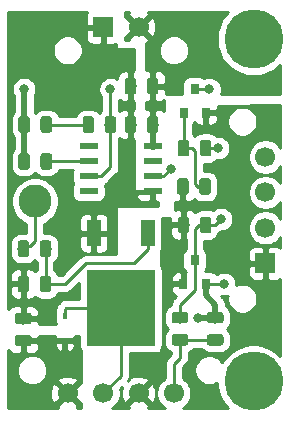
<source format=gbr>
G04 #@! TF.GenerationSoftware,KiCad,Pcbnew,(5.0.2)-1*
G04 #@! TF.CreationDate,2019-03-07T22:37:32-06:00*
G04 #@! TF.ProjectId,Contactor,436f6e74-6163-4746-9f72-2e6b69636164,rev?*
G04 #@! TF.SameCoordinates,Original*
G04 #@! TF.FileFunction,Copper,L1,Top*
G04 #@! TF.FilePolarity,Positive*
%FSLAX46Y46*%
G04 Gerber Fmt 4.6, Leading zero omitted, Abs format (unit mm)*
G04 Created by KiCad (PCBNEW (5.0.2)-1) date 3/7/2019 10:37:32 PM*
%MOMM*%
%LPD*%
G01*
G04 APERTURE LIST*
G04 #@! TA.AperFunction,SMDPad,CuDef*
%ADD10R,1.550000X0.600000*%
G04 #@! TD*
G04 #@! TA.AperFunction,Conductor*
%ADD11C,0.100000*%
G04 #@! TD*
G04 #@! TA.AperFunction,SMDPad,CuDef*
%ADD12C,0.975000*%
G04 #@! TD*
G04 #@! TA.AperFunction,SMDPad,CuDef*
%ADD13R,0.450000X0.600000*%
G04 #@! TD*
G04 #@! TA.AperFunction,ComponentPad*
%ADD14C,1.700000*%
G04 #@! TD*
G04 #@! TA.AperFunction,SMDPad,CuDef*
%ADD15R,0.800000X0.900000*%
G04 #@! TD*
G04 #@! TA.AperFunction,SMDPad,CuDef*
%ADD16R,1.200000X2.200000*%
G04 #@! TD*
G04 #@! TA.AperFunction,SMDPad,CuDef*
%ADD17R,5.800000X6.400000*%
G04 #@! TD*
G04 #@! TA.AperFunction,ComponentPad*
%ADD18C,2.800000*%
G04 #@! TD*
G04 #@! TA.AperFunction,ComponentPad*
%ADD19R,1.700000X1.700000*%
G04 #@! TD*
G04 #@! TA.AperFunction,ComponentPad*
%ADD20C,5.000000*%
G04 #@! TD*
G04 #@! TA.AperFunction,ViaPad*
%ADD21C,0.800000*%
G04 #@! TD*
G04 #@! TA.AperFunction,Conductor*
%ADD22C,0.250000*%
G04 #@! TD*
G04 #@! TA.AperFunction,Conductor*
%ADD23C,0.500000*%
G04 #@! TD*
G04 #@! TA.AperFunction,Conductor*
%ADD24C,0.254000*%
G04 #@! TD*
G04 APERTURE END LIST*
D10*
G04 #@! TO.P,U10,8*
G04 #@! TO.N,+12V*
X164200000Y-109595000D03*
G04 #@! TO.P,U10,7*
G04 #@! TO.N,Net-(U10-Pad7)*
X164200000Y-110865000D03*
G04 #@! TO.P,U10,6*
G04 #@! TO.N,Net-(R17-Pad2)*
X164200000Y-112135000D03*
G04 #@! TO.P,U10,5*
G04 #@! TO.N,GNDPWR*
X164200000Y-113405000D03*
G04 #@! TO.P,U10,4*
G04 #@! TO.N,Net-(U10-Pad4)*
X158800000Y-113405000D03*
G04 #@! TO.P,U10,3*
G04 #@! TO.N,Net-(D4-Pad1)*
X158800000Y-112135000D03*
G04 #@! TO.P,U10,2*
G04 #@! TO.N,Net-(R16-Pad1)*
X158800000Y-110865000D03*
G04 #@! TO.P,U10,1*
G04 #@! TO.N,Net-(U10-Pad1)*
X158800000Y-109595000D03*
G04 #@! TD*
D11*
G04 #@! TO.N,+12V*
G04 #@! TO.C,C30*
G36*
X164467642Y-107051174D02*
X164491303Y-107054684D01*
X164514507Y-107060496D01*
X164537029Y-107068554D01*
X164558653Y-107078782D01*
X164579170Y-107091079D01*
X164598383Y-107105329D01*
X164616107Y-107121393D01*
X164632171Y-107139117D01*
X164646421Y-107158330D01*
X164658718Y-107178847D01*
X164668946Y-107200471D01*
X164677004Y-107222993D01*
X164682816Y-107246197D01*
X164686326Y-107269858D01*
X164687500Y-107293750D01*
X164687500Y-108206250D01*
X164686326Y-108230142D01*
X164682816Y-108253803D01*
X164677004Y-108277007D01*
X164668946Y-108299529D01*
X164658718Y-108321153D01*
X164646421Y-108341670D01*
X164632171Y-108360883D01*
X164616107Y-108378607D01*
X164598383Y-108394671D01*
X164579170Y-108408921D01*
X164558653Y-108421218D01*
X164537029Y-108431446D01*
X164514507Y-108439504D01*
X164491303Y-108445316D01*
X164467642Y-108448826D01*
X164443750Y-108450000D01*
X163956250Y-108450000D01*
X163932358Y-108448826D01*
X163908697Y-108445316D01*
X163885493Y-108439504D01*
X163862971Y-108431446D01*
X163841347Y-108421218D01*
X163820830Y-108408921D01*
X163801617Y-108394671D01*
X163783893Y-108378607D01*
X163767829Y-108360883D01*
X163753579Y-108341670D01*
X163741282Y-108321153D01*
X163731054Y-108299529D01*
X163722996Y-108277007D01*
X163717184Y-108253803D01*
X163713674Y-108230142D01*
X163712500Y-108206250D01*
X163712500Y-107293750D01*
X163713674Y-107269858D01*
X163717184Y-107246197D01*
X163722996Y-107222993D01*
X163731054Y-107200471D01*
X163741282Y-107178847D01*
X163753579Y-107158330D01*
X163767829Y-107139117D01*
X163783893Y-107121393D01*
X163801617Y-107105329D01*
X163820830Y-107091079D01*
X163841347Y-107078782D01*
X163862971Y-107068554D01*
X163885493Y-107060496D01*
X163908697Y-107054684D01*
X163932358Y-107051174D01*
X163956250Y-107050000D01*
X164443750Y-107050000D01*
X164467642Y-107051174D01*
X164467642Y-107051174D01*
G37*
D12*
G04 #@! TD*
G04 #@! TO.P,C30,1*
G04 #@! TO.N,+12V*
X164200000Y-107750000D03*
D11*
G04 #@! TO.N,GNDPWR*
G04 #@! TO.C,C30*
G36*
X162592642Y-107051174D02*
X162616303Y-107054684D01*
X162639507Y-107060496D01*
X162662029Y-107068554D01*
X162683653Y-107078782D01*
X162704170Y-107091079D01*
X162723383Y-107105329D01*
X162741107Y-107121393D01*
X162757171Y-107139117D01*
X162771421Y-107158330D01*
X162783718Y-107178847D01*
X162793946Y-107200471D01*
X162802004Y-107222993D01*
X162807816Y-107246197D01*
X162811326Y-107269858D01*
X162812500Y-107293750D01*
X162812500Y-108206250D01*
X162811326Y-108230142D01*
X162807816Y-108253803D01*
X162802004Y-108277007D01*
X162793946Y-108299529D01*
X162783718Y-108321153D01*
X162771421Y-108341670D01*
X162757171Y-108360883D01*
X162741107Y-108378607D01*
X162723383Y-108394671D01*
X162704170Y-108408921D01*
X162683653Y-108421218D01*
X162662029Y-108431446D01*
X162639507Y-108439504D01*
X162616303Y-108445316D01*
X162592642Y-108448826D01*
X162568750Y-108450000D01*
X162081250Y-108450000D01*
X162057358Y-108448826D01*
X162033697Y-108445316D01*
X162010493Y-108439504D01*
X161987971Y-108431446D01*
X161966347Y-108421218D01*
X161945830Y-108408921D01*
X161926617Y-108394671D01*
X161908893Y-108378607D01*
X161892829Y-108360883D01*
X161878579Y-108341670D01*
X161866282Y-108321153D01*
X161856054Y-108299529D01*
X161847996Y-108277007D01*
X161842184Y-108253803D01*
X161838674Y-108230142D01*
X161837500Y-108206250D01*
X161837500Y-107293750D01*
X161838674Y-107269858D01*
X161842184Y-107246197D01*
X161847996Y-107222993D01*
X161856054Y-107200471D01*
X161866282Y-107178847D01*
X161878579Y-107158330D01*
X161892829Y-107139117D01*
X161908893Y-107121393D01*
X161926617Y-107105329D01*
X161945830Y-107091079D01*
X161966347Y-107078782D01*
X161987971Y-107068554D01*
X162010493Y-107060496D01*
X162033697Y-107054684D01*
X162057358Y-107051174D01*
X162081250Y-107050000D01*
X162568750Y-107050000D01*
X162592642Y-107051174D01*
X162592642Y-107051174D01*
G37*
D12*
G04 #@! TD*
G04 #@! TO.P,C30,2*
G04 #@! TO.N,GNDPWR*
X162325000Y-107750000D03*
D11*
G04 #@! TO.N,GNDPWR*
G04 #@! TO.C,C31*
G36*
X162592642Y-103801174D02*
X162616303Y-103804684D01*
X162639507Y-103810496D01*
X162662029Y-103818554D01*
X162683653Y-103828782D01*
X162704170Y-103841079D01*
X162723383Y-103855329D01*
X162741107Y-103871393D01*
X162757171Y-103889117D01*
X162771421Y-103908330D01*
X162783718Y-103928847D01*
X162793946Y-103950471D01*
X162802004Y-103972993D01*
X162807816Y-103996197D01*
X162811326Y-104019858D01*
X162812500Y-104043750D01*
X162812500Y-104956250D01*
X162811326Y-104980142D01*
X162807816Y-105003803D01*
X162802004Y-105027007D01*
X162793946Y-105049529D01*
X162783718Y-105071153D01*
X162771421Y-105091670D01*
X162757171Y-105110883D01*
X162741107Y-105128607D01*
X162723383Y-105144671D01*
X162704170Y-105158921D01*
X162683653Y-105171218D01*
X162662029Y-105181446D01*
X162639507Y-105189504D01*
X162616303Y-105195316D01*
X162592642Y-105198826D01*
X162568750Y-105200000D01*
X162081250Y-105200000D01*
X162057358Y-105198826D01*
X162033697Y-105195316D01*
X162010493Y-105189504D01*
X161987971Y-105181446D01*
X161966347Y-105171218D01*
X161945830Y-105158921D01*
X161926617Y-105144671D01*
X161908893Y-105128607D01*
X161892829Y-105110883D01*
X161878579Y-105091670D01*
X161866282Y-105071153D01*
X161856054Y-105049529D01*
X161847996Y-105027007D01*
X161842184Y-105003803D01*
X161838674Y-104980142D01*
X161837500Y-104956250D01*
X161837500Y-104043750D01*
X161838674Y-104019858D01*
X161842184Y-103996197D01*
X161847996Y-103972993D01*
X161856054Y-103950471D01*
X161866282Y-103928847D01*
X161878579Y-103908330D01*
X161892829Y-103889117D01*
X161908893Y-103871393D01*
X161926617Y-103855329D01*
X161945830Y-103841079D01*
X161966347Y-103828782D01*
X161987971Y-103818554D01*
X162010493Y-103810496D01*
X162033697Y-103804684D01*
X162057358Y-103801174D01*
X162081250Y-103800000D01*
X162568750Y-103800000D01*
X162592642Y-103801174D01*
X162592642Y-103801174D01*
G37*
D12*
G04 #@! TD*
G04 #@! TO.P,C31,2*
G04 #@! TO.N,GNDPWR*
X162325000Y-104500000D03*
D11*
G04 #@! TO.N,+12V*
G04 #@! TO.C,C31*
G36*
X164467642Y-103801174D02*
X164491303Y-103804684D01*
X164514507Y-103810496D01*
X164537029Y-103818554D01*
X164558653Y-103828782D01*
X164579170Y-103841079D01*
X164598383Y-103855329D01*
X164616107Y-103871393D01*
X164632171Y-103889117D01*
X164646421Y-103908330D01*
X164658718Y-103928847D01*
X164668946Y-103950471D01*
X164677004Y-103972993D01*
X164682816Y-103996197D01*
X164686326Y-104019858D01*
X164687500Y-104043750D01*
X164687500Y-104956250D01*
X164686326Y-104980142D01*
X164682816Y-105003803D01*
X164677004Y-105027007D01*
X164668946Y-105049529D01*
X164658718Y-105071153D01*
X164646421Y-105091670D01*
X164632171Y-105110883D01*
X164616107Y-105128607D01*
X164598383Y-105144671D01*
X164579170Y-105158921D01*
X164558653Y-105171218D01*
X164537029Y-105181446D01*
X164514507Y-105189504D01*
X164491303Y-105195316D01*
X164467642Y-105198826D01*
X164443750Y-105200000D01*
X163956250Y-105200000D01*
X163932358Y-105198826D01*
X163908697Y-105195316D01*
X163885493Y-105189504D01*
X163862971Y-105181446D01*
X163841347Y-105171218D01*
X163820830Y-105158921D01*
X163801617Y-105144671D01*
X163783893Y-105128607D01*
X163767829Y-105110883D01*
X163753579Y-105091670D01*
X163741282Y-105071153D01*
X163731054Y-105049529D01*
X163722996Y-105027007D01*
X163717184Y-105003803D01*
X163713674Y-104980142D01*
X163712500Y-104956250D01*
X163712500Y-104043750D01*
X163713674Y-104019858D01*
X163717184Y-103996197D01*
X163722996Y-103972993D01*
X163731054Y-103950471D01*
X163741282Y-103928847D01*
X163753579Y-103908330D01*
X163767829Y-103889117D01*
X163783893Y-103871393D01*
X163801617Y-103855329D01*
X163820830Y-103841079D01*
X163841347Y-103828782D01*
X163862971Y-103818554D01*
X163885493Y-103810496D01*
X163908697Y-103804684D01*
X163932358Y-103801174D01*
X163956250Y-103800000D01*
X164443750Y-103800000D01*
X164467642Y-103801174D01*
X164467642Y-103801174D01*
G37*
D12*
G04 #@! TD*
G04 #@! TO.P,C31,1*
G04 #@! TO.N,+12V*
X164200000Y-104500000D03*
D11*
G04 #@! TO.N,GNDPWR*
G04 #@! TO.C,C32*
G36*
X153730142Y-123688674D02*
X153753803Y-123692184D01*
X153777007Y-123697996D01*
X153799529Y-123706054D01*
X153821153Y-123716282D01*
X153841670Y-123728579D01*
X153860883Y-123742829D01*
X153878607Y-123758893D01*
X153894671Y-123776617D01*
X153908921Y-123795830D01*
X153921218Y-123816347D01*
X153931446Y-123837971D01*
X153939504Y-123860493D01*
X153945316Y-123883697D01*
X153948826Y-123907358D01*
X153950000Y-123931250D01*
X153950000Y-124418750D01*
X153948826Y-124442642D01*
X153945316Y-124466303D01*
X153939504Y-124489507D01*
X153931446Y-124512029D01*
X153921218Y-124533653D01*
X153908921Y-124554170D01*
X153894671Y-124573383D01*
X153878607Y-124591107D01*
X153860883Y-124607171D01*
X153841670Y-124621421D01*
X153821153Y-124633718D01*
X153799529Y-124643946D01*
X153777007Y-124652004D01*
X153753803Y-124657816D01*
X153730142Y-124661326D01*
X153706250Y-124662500D01*
X152793750Y-124662500D01*
X152769858Y-124661326D01*
X152746197Y-124657816D01*
X152722993Y-124652004D01*
X152700471Y-124643946D01*
X152678847Y-124633718D01*
X152658330Y-124621421D01*
X152639117Y-124607171D01*
X152621393Y-124591107D01*
X152605329Y-124573383D01*
X152591079Y-124554170D01*
X152578782Y-124533653D01*
X152568554Y-124512029D01*
X152560496Y-124489507D01*
X152554684Y-124466303D01*
X152551174Y-124442642D01*
X152550000Y-124418750D01*
X152550000Y-123931250D01*
X152551174Y-123907358D01*
X152554684Y-123883697D01*
X152560496Y-123860493D01*
X152568554Y-123837971D01*
X152578782Y-123816347D01*
X152591079Y-123795830D01*
X152605329Y-123776617D01*
X152621393Y-123758893D01*
X152639117Y-123742829D01*
X152658330Y-123728579D01*
X152678847Y-123716282D01*
X152700471Y-123706054D01*
X152722993Y-123697996D01*
X152746197Y-123692184D01*
X152769858Y-123688674D01*
X152793750Y-123687500D01*
X153706250Y-123687500D01*
X153730142Y-123688674D01*
X153730142Y-123688674D01*
G37*
D12*
G04 #@! TD*
G04 #@! TO.P,C32,1*
G04 #@! TO.N,GNDPWR*
X153250000Y-124175000D03*
D11*
G04 #@! TO.N,+12V*
G04 #@! TO.C,C32*
G36*
X153730142Y-125563674D02*
X153753803Y-125567184D01*
X153777007Y-125572996D01*
X153799529Y-125581054D01*
X153821153Y-125591282D01*
X153841670Y-125603579D01*
X153860883Y-125617829D01*
X153878607Y-125633893D01*
X153894671Y-125651617D01*
X153908921Y-125670830D01*
X153921218Y-125691347D01*
X153931446Y-125712971D01*
X153939504Y-125735493D01*
X153945316Y-125758697D01*
X153948826Y-125782358D01*
X153950000Y-125806250D01*
X153950000Y-126293750D01*
X153948826Y-126317642D01*
X153945316Y-126341303D01*
X153939504Y-126364507D01*
X153931446Y-126387029D01*
X153921218Y-126408653D01*
X153908921Y-126429170D01*
X153894671Y-126448383D01*
X153878607Y-126466107D01*
X153860883Y-126482171D01*
X153841670Y-126496421D01*
X153821153Y-126508718D01*
X153799529Y-126518946D01*
X153777007Y-126527004D01*
X153753803Y-126532816D01*
X153730142Y-126536326D01*
X153706250Y-126537500D01*
X152793750Y-126537500D01*
X152769858Y-126536326D01*
X152746197Y-126532816D01*
X152722993Y-126527004D01*
X152700471Y-126518946D01*
X152678847Y-126508718D01*
X152658330Y-126496421D01*
X152639117Y-126482171D01*
X152621393Y-126466107D01*
X152605329Y-126448383D01*
X152591079Y-126429170D01*
X152578782Y-126408653D01*
X152568554Y-126387029D01*
X152560496Y-126364507D01*
X152554684Y-126341303D01*
X152551174Y-126317642D01*
X152550000Y-126293750D01*
X152550000Y-125806250D01*
X152551174Y-125782358D01*
X152554684Y-125758697D01*
X152560496Y-125735493D01*
X152568554Y-125712971D01*
X152578782Y-125691347D01*
X152591079Y-125670830D01*
X152605329Y-125651617D01*
X152621393Y-125633893D01*
X152639117Y-125617829D01*
X152658330Y-125603579D01*
X152678847Y-125591282D01*
X152700471Y-125581054D01*
X152722993Y-125572996D01*
X152746197Y-125567184D01*
X152769858Y-125563674D01*
X152793750Y-125562500D01*
X153706250Y-125562500D01*
X153730142Y-125563674D01*
X153730142Y-125563674D01*
G37*
D12*
G04 #@! TD*
G04 #@! TO.P,C32,2*
G04 #@! TO.N,+12V*
X153250000Y-126050000D03*
D11*
G04 #@! TO.N,GND*
G04 #@! TO.C,C33*
G36*
X167080142Y-115551174D02*
X167103803Y-115554684D01*
X167127007Y-115560496D01*
X167149529Y-115568554D01*
X167171153Y-115578782D01*
X167191670Y-115591079D01*
X167210883Y-115605329D01*
X167228607Y-115621393D01*
X167244671Y-115639117D01*
X167258921Y-115658330D01*
X167271218Y-115678847D01*
X167281446Y-115700471D01*
X167289504Y-115722993D01*
X167295316Y-115746197D01*
X167298826Y-115769858D01*
X167300000Y-115793750D01*
X167300000Y-116706250D01*
X167298826Y-116730142D01*
X167295316Y-116753803D01*
X167289504Y-116777007D01*
X167281446Y-116799529D01*
X167271218Y-116821153D01*
X167258921Y-116841670D01*
X167244671Y-116860883D01*
X167228607Y-116878607D01*
X167210883Y-116894671D01*
X167191670Y-116908921D01*
X167171153Y-116921218D01*
X167149529Y-116931446D01*
X167127007Y-116939504D01*
X167103803Y-116945316D01*
X167080142Y-116948826D01*
X167056250Y-116950000D01*
X166568750Y-116950000D01*
X166544858Y-116948826D01*
X166521197Y-116945316D01*
X166497993Y-116939504D01*
X166475471Y-116931446D01*
X166453847Y-116921218D01*
X166433330Y-116908921D01*
X166414117Y-116894671D01*
X166396393Y-116878607D01*
X166380329Y-116860883D01*
X166366079Y-116841670D01*
X166353782Y-116821153D01*
X166343554Y-116799529D01*
X166335496Y-116777007D01*
X166329684Y-116753803D01*
X166326174Y-116730142D01*
X166325000Y-116706250D01*
X166325000Y-115793750D01*
X166326174Y-115769858D01*
X166329684Y-115746197D01*
X166335496Y-115722993D01*
X166343554Y-115700471D01*
X166353782Y-115678847D01*
X166366079Y-115658330D01*
X166380329Y-115639117D01*
X166396393Y-115621393D01*
X166414117Y-115605329D01*
X166433330Y-115591079D01*
X166453847Y-115578782D01*
X166475471Y-115568554D01*
X166497993Y-115560496D01*
X166521197Y-115554684D01*
X166544858Y-115551174D01*
X166568750Y-115550000D01*
X167056250Y-115550000D01*
X167080142Y-115551174D01*
X167080142Y-115551174D01*
G37*
D12*
G04 #@! TD*
G04 #@! TO.P,C33,2*
G04 #@! TO.N,GND*
X166812500Y-116250000D03*
D11*
G04 #@! TO.N,/CONTACTOR_CHECK*
G04 #@! TO.C,C33*
G36*
X168955142Y-115551174D02*
X168978803Y-115554684D01*
X169002007Y-115560496D01*
X169024529Y-115568554D01*
X169046153Y-115578782D01*
X169066670Y-115591079D01*
X169085883Y-115605329D01*
X169103607Y-115621393D01*
X169119671Y-115639117D01*
X169133921Y-115658330D01*
X169146218Y-115678847D01*
X169156446Y-115700471D01*
X169164504Y-115722993D01*
X169170316Y-115746197D01*
X169173826Y-115769858D01*
X169175000Y-115793750D01*
X169175000Y-116706250D01*
X169173826Y-116730142D01*
X169170316Y-116753803D01*
X169164504Y-116777007D01*
X169156446Y-116799529D01*
X169146218Y-116821153D01*
X169133921Y-116841670D01*
X169119671Y-116860883D01*
X169103607Y-116878607D01*
X169085883Y-116894671D01*
X169066670Y-116908921D01*
X169046153Y-116921218D01*
X169024529Y-116931446D01*
X169002007Y-116939504D01*
X168978803Y-116945316D01*
X168955142Y-116948826D01*
X168931250Y-116950000D01*
X168443750Y-116950000D01*
X168419858Y-116948826D01*
X168396197Y-116945316D01*
X168372993Y-116939504D01*
X168350471Y-116931446D01*
X168328847Y-116921218D01*
X168308330Y-116908921D01*
X168289117Y-116894671D01*
X168271393Y-116878607D01*
X168255329Y-116860883D01*
X168241079Y-116841670D01*
X168228782Y-116821153D01*
X168218554Y-116799529D01*
X168210496Y-116777007D01*
X168204684Y-116753803D01*
X168201174Y-116730142D01*
X168200000Y-116706250D01*
X168200000Y-115793750D01*
X168201174Y-115769858D01*
X168204684Y-115746197D01*
X168210496Y-115722993D01*
X168218554Y-115700471D01*
X168228782Y-115678847D01*
X168241079Y-115658330D01*
X168255329Y-115639117D01*
X168271393Y-115621393D01*
X168289117Y-115605329D01*
X168308330Y-115591079D01*
X168328847Y-115578782D01*
X168350471Y-115568554D01*
X168372993Y-115560496D01*
X168396197Y-115554684D01*
X168419858Y-115551174D01*
X168443750Y-115550000D01*
X168931250Y-115550000D01*
X168955142Y-115551174D01*
X168955142Y-115551174D01*
G37*
D12*
G04 #@! TD*
G04 #@! TO.P,C33,1*
G04 #@! TO.N,/CONTACTOR_CHECK*
X168687500Y-116250000D03*
D11*
G04 #@! TO.N,Net-(D4-Pad1)*
G04 #@! TO.C,D4*
G36*
X160892642Y-107051174D02*
X160916303Y-107054684D01*
X160939507Y-107060496D01*
X160962029Y-107068554D01*
X160983653Y-107078782D01*
X161004170Y-107091079D01*
X161023383Y-107105329D01*
X161041107Y-107121393D01*
X161057171Y-107139117D01*
X161071421Y-107158330D01*
X161083718Y-107178847D01*
X161093946Y-107200471D01*
X161102004Y-107222993D01*
X161107816Y-107246197D01*
X161111326Y-107269858D01*
X161112500Y-107293750D01*
X161112500Y-108206250D01*
X161111326Y-108230142D01*
X161107816Y-108253803D01*
X161102004Y-108277007D01*
X161093946Y-108299529D01*
X161083718Y-108321153D01*
X161071421Y-108341670D01*
X161057171Y-108360883D01*
X161041107Y-108378607D01*
X161023383Y-108394671D01*
X161004170Y-108408921D01*
X160983653Y-108421218D01*
X160962029Y-108431446D01*
X160939507Y-108439504D01*
X160916303Y-108445316D01*
X160892642Y-108448826D01*
X160868750Y-108450000D01*
X160381250Y-108450000D01*
X160357358Y-108448826D01*
X160333697Y-108445316D01*
X160310493Y-108439504D01*
X160287971Y-108431446D01*
X160266347Y-108421218D01*
X160245830Y-108408921D01*
X160226617Y-108394671D01*
X160208893Y-108378607D01*
X160192829Y-108360883D01*
X160178579Y-108341670D01*
X160166282Y-108321153D01*
X160156054Y-108299529D01*
X160147996Y-108277007D01*
X160142184Y-108253803D01*
X160138674Y-108230142D01*
X160137500Y-108206250D01*
X160137500Y-107293750D01*
X160138674Y-107269858D01*
X160142184Y-107246197D01*
X160147996Y-107222993D01*
X160156054Y-107200471D01*
X160166282Y-107178847D01*
X160178579Y-107158330D01*
X160192829Y-107139117D01*
X160208893Y-107121393D01*
X160226617Y-107105329D01*
X160245830Y-107091079D01*
X160266347Y-107078782D01*
X160287971Y-107068554D01*
X160310493Y-107060496D01*
X160333697Y-107054684D01*
X160357358Y-107051174D01*
X160381250Y-107050000D01*
X160868750Y-107050000D01*
X160892642Y-107051174D01*
X160892642Y-107051174D01*
G37*
D12*
G04 #@! TD*
G04 #@! TO.P,D4,1*
G04 #@! TO.N,Net-(D4-Pad1)*
X160625000Y-107750000D03*
D11*
G04 #@! TO.N,Net-(D4-Pad2)*
G04 #@! TO.C,D4*
G36*
X159017642Y-107051174D02*
X159041303Y-107054684D01*
X159064507Y-107060496D01*
X159087029Y-107068554D01*
X159108653Y-107078782D01*
X159129170Y-107091079D01*
X159148383Y-107105329D01*
X159166107Y-107121393D01*
X159182171Y-107139117D01*
X159196421Y-107158330D01*
X159208718Y-107178847D01*
X159218946Y-107200471D01*
X159227004Y-107222993D01*
X159232816Y-107246197D01*
X159236326Y-107269858D01*
X159237500Y-107293750D01*
X159237500Y-108206250D01*
X159236326Y-108230142D01*
X159232816Y-108253803D01*
X159227004Y-108277007D01*
X159218946Y-108299529D01*
X159208718Y-108321153D01*
X159196421Y-108341670D01*
X159182171Y-108360883D01*
X159166107Y-108378607D01*
X159148383Y-108394671D01*
X159129170Y-108408921D01*
X159108653Y-108421218D01*
X159087029Y-108431446D01*
X159064507Y-108439504D01*
X159041303Y-108445316D01*
X159017642Y-108448826D01*
X158993750Y-108450000D01*
X158506250Y-108450000D01*
X158482358Y-108448826D01*
X158458697Y-108445316D01*
X158435493Y-108439504D01*
X158412971Y-108431446D01*
X158391347Y-108421218D01*
X158370830Y-108408921D01*
X158351617Y-108394671D01*
X158333893Y-108378607D01*
X158317829Y-108360883D01*
X158303579Y-108341670D01*
X158291282Y-108321153D01*
X158281054Y-108299529D01*
X158272996Y-108277007D01*
X158267184Y-108253803D01*
X158263674Y-108230142D01*
X158262500Y-108206250D01*
X158262500Y-107293750D01*
X158263674Y-107269858D01*
X158267184Y-107246197D01*
X158272996Y-107222993D01*
X158281054Y-107200471D01*
X158291282Y-107178847D01*
X158303579Y-107158330D01*
X158317829Y-107139117D01*
X158333893Y-107121393D01*
X158351617Y-107105329D01*
X158370830Y-107091079D01*
X158391347Y-107078782D01*
X158412971Y-107068554D01*
X158435493Y-107060496D01*
X158458697Y-107054684D01*
X158482358Y-107051174D01*
X158506250Y-107050000D01*
X158993750Y-107050000D01*
X159017642Y-107051174D01*
X159017642Y-107051174D01*
G37*
D12*
G04 #@! TD*
G04 #@! TO.P,D4,2*
G04 #@! TO.N,Net-(D4-Pad2)*
X158750000Y-107750000D03*
D13*
G04 #@! TO.P,D5,1*
G04 #@! TO.N,+12V*
X156750000Y-126050000D03*
G04 #@! TO.P,D5,2*
G04 #@! TO.N,/CONTACTOR_V-*
X156750000Y-123950000D03*
G04 #@! TD*
D14*
G04 #@! TO.P,J6,4*
G04 #@! TO.N,Net-(J6-Pad4)*
X166000000Y-130500000D03*
G04 #@! TO.P,J6,1*
G04 #@! TO.N,+12V*
X157000000Y-130500000D03*
G04 #@! TO.P,J6,2*
G04 #@! TO.N,/CONTACTOR_V-*
X160000000Y-130500000D03*
G04 #@! TO.P,J6,3*
G04 #@! TO.N,GND*
X163000000Y-130500000D03*
G04 #@! TD*
D15*
G04 #@! TO.P,Q3,3*
G04 #@! TO.N,Net-(D4-Pad1)*
X167762500Y-104750000D03*
G04 #@! TO.P,Q3,2*
G04 #@! TO.N,GND*
X168712500Y-106750000D03*
G04 #@! TO.P,Q3,1*
G04 #@! TO.N,Net-(Q3-Pad1)*
X166812500Y-106750000D03*
G04 #@! TD*
D16*
G04 #@! TO.P,Q4,1*
G04 #@! TO.N,Net-(Q4-Pad1)*
X163780000Y-116950000D03*
G04 #@! TO.P,Q4,3*
G04 #@! TO.N,GNDPWR*
X159220000Y-116950000D03*
D17*
G04 #@! TO.P,Q4,2*
G04 #@! TO.N,/CONTACTOR_V-*
X161500000Y-123250000D03*
G04 #@! TD*
D11*
G04 #@! TO.N,Net-(Q3-Pad1)*
G04 #@! TO.C,R13*
G36*
X167080142Y-109051174D02*
X167103803Y-109054684D01*
X167127007Y-109060496D01*
X167149529Y-109068554D01*
X167171153Y-109078782D01*
X167191670Y-109091079D01*
X167210883Y-109105329D01*
X167228607Y-109121393D01*
X167244671Y-109139117D01*
X167258921Y-109158330D01*
X167271218Y-109178847D01*
X167281446Y-109200471D01*
X167289504Y-109222993D01*
X167295316Y-109246197D01*
X167298826Y-109269858D01*
X167300000Y-109293750D01*
X167300000Y-110206250D01*
X167298826Y-110230142D01*
X167295316Y-110253803D01*
X167289504Y-110277007D01*
X167281446Y-110299529D01*
X167271218Y-110321153D01*
X167258921Y-110341670D01*
X167244671Y-110360883D01*
X167228607Y-110378607D01*
X167210883Y-110394671D01*
X167191670Y-110408921D01*
X167171153Y-110421218D01*
X167149529Y-110431446D01*
X167127007Y-110439504D01*
X167103803Y-110445316D01*
X167080142Y-110448826D01*
X167056250Y-110450000D01*
X166568750Y-110450000D01*
X166544858Y-110448826D01*
X166521197Y-110445316D01*
X166497993Y-110439504D01*
X166475471Y-110431446D01*
X166453847Y-110421218D01*
X166433330Y-110408921D01*
X166414117Y-110394671D01*
X166396393Y-110378607D01*
X166380329Y-110360883D01*
X166366079Y-110341670D01*
X166353782Y-110321153D01*
X166343554Y-110299529D01*
X166335496Y-110277007D01*
X166329684Y-110253803D01*
X166326174Y-110230142D01*
X166325000Y-110206250D01*
X166325000Y-109293750D01*
X166326174Y-109269858D01*
X166329684Y-109246197D01*
X166335496Y-109222993D01*
X166343554Y-109200471D01*
X166353782Y-109178847D01*
X166366079Y-109158330D01*
X166380329Y-109139117D01*
X166396393Y-109121393D01*
X166414117Y-109105329D01*
X166433330Y-109091079D01*
X166453847Y-109078782D01*
X166475471Y-109068554D01*
X166497993Y-109060496D01*
X166521197Y-109054684D01*
X166544858Y-109051174D01*
X166568750Y-109050000D01*
X167056250Y-109050000D01*
X167080142Y-109051174D01*
X167080142Y-109051174D01*
G37*
D12*
G04 #@! TD*
G04 #@! TO.P,R13,1*
G04 #@! TO.N,Net-(Q3-Pad1)*
X166812500Y-109750000D03*
D11*
G04 #@! TO.N,/CONTACTOR_EN*
G04 #@! TO.C,R13*
G36*
X168955142Y-109051174D02*
X168978803Y-109054684D01*
X169002007Y-109060496D01*
X169024529Y-109068554D01*
X169046153Y-109078782D01*
X169066670Y-109091079D01*
X169085883Y-109105329D01*
X169103607Y-109121393D01*
X169119671Y-109139117D01*
X169133921Y-109158330D01*
X169146218Y-109178847D01*
X169156446Y-109200471D01*
X169164504Y-109222993D01*
X169170316Y-109246197D01*
X169173826Y-109269858D01*
X169175000Y-109293750D01*
X169175000Y-110206250D01*
X169173826Y-110230142D01*
X169170316Y-110253803D01*
X169164504Y-110277007D01*
X169156446Y-110299529D01*
X169146218Y-110321153D01*
X169133921Y-110341670D01*
X169119671Y-110360883D01*
X169103607Y-110378607D01*
X169085883Y-110394671D01*
X169066670Y-110408921D01*
X169046153Y-110421218D01*
X169024529Y-110431446D01*
X169002007Y-110439504D01*
X168978803Y-110445316D01*
X168955142Y-110448826D01*
X168931250Y-110450000D01*
X168443750Y-110450000D01*
X168419858Y-110448826D01*
X168396197Y-110445316D01*
X168372993Y-110439504D01*
X168350471Y-110431446D01*
X168328847Y-110421218D01*
X168308330Y-110408921D01*
X168289117Y-110394671D01*
X168271393Y-110378607D01*
X168255329Y-110360883D01*
X168241079Y-110341670D01*
X168228782Y-110321153D01*
X168218554Y-110299529D01*
X168210496Y-110277007D01*
X168204684Y-110253803D01*
X168201174Y-110230142D01*
X168200000Y-110206250D01*
X168200000Y-109293750D01*
X168201174Y-109269858D01*
X168204684Y-109246197D01*
X168210496Y-109222993D01*
X168218554Y-109200471D01*
X168228782Y-109178847D01*
X168241079Y-109158330D01*
X168255329Y-109139117D01*
X168271393Y-109121393D01*
X168289117Y-109105329D01*
X168308330Y-109091079D01*
X168328847Y-109078782D01*
X168350471Y-109068554D01*
X168372993Y-109060496D01*
X168396197Y-109054684D01*
X168419858Y-109051174D01*
X168443750Y-109050000D01*
X168931250Y-109050000D01*
X168955142Y-109051174D01*
X168955142Y-109051174D01*
G37*
D12*
G04 #@! TD*
G04 #@! TO.P,R13,2*
G04 #@! TO.N,/CONTACTOR_EN*
X168687500Y-109750000D03*
D11*
G04 #@! TO.N,GND*
G04 #@! TO.C,R14*
G36*
X167017642Y-112301174D02*
X167041303Y-112304684D01*
X167064507Y-112310496D01*
X167087029Y-112318554D01*
X167108653Y-112328782D01*
X167129170Y-112341079D01*
X167148383Y-112355329D01*
X167166107Y-112371393D01*
X167182171Y-112389117D01*
X167196421Y-112408330D01*
X167208718Y-112428847D01*
X167218946Y-112450471D01*
X167227004Y-112472993D01*
X167232816Y-112496197D01*
X167236326Y-112519858D01*
X167237500Y-112543750D01*
X167237500Y-113456250D01*
X167236326Y-113480142D01*
X167232816Y-113503803D01*
X167227004Y-113527007D01*
X167218946Y-113549529D01*
X167208718Y-113571153D01*
X167196421Y-113591670D01*
X167182171Y-113610883D01*
X167166107Y-113628607D01*
X167148383Y-113644671D01*
X167129170Y-113658921D01*
X167108653Y-113671218D01*
X167087029Y-113681446D01*
X167064507Y-113689504D01*
X167041303Y-113695316D01*
X167017642Y-113698826D01*
X166993750Y-113700000D01*
X166506250Y-113700000D01*
X166482358Y-113698826D01*
X166458697Y-113695316D01*
X166435493Y-113689504D01*
X166412971Y-113681446D01*
X166391347Y-113671218D01*
X166370830Y-113658921D01*
X166351617Y-113644671D01*
X166333893Y-113628607D01*
X166317829Y-113610883D01*
X166303579Y-113591670D01*
X166291282Y-113571153D01*
X166281054Y-113549529D01*
X166272996Y-113527007D01*
X166267184Y-113503803D01*
X166263674Y-113480142D01*
X166262500Y-113456250D01*
X166262500Y-112543750D01*
X166263674Y-112519858D01*
X166267184Y-112496197D01*
X166272996Y-112472993D01*
X166281054Y-112450471D01*
X166291282Y-112428847D01*
X166303579Y-112408330D01*
X166317829Y-112389117D01*
X166333893Y-112371393D01*
X166351617Y-112355329D01*
X166370830Y-112341079D01*
X166391347Y-112328782D01*
X166412971Y-112318554D01*
X166435493Y-112310496D01*
X166458697Y-112304684D01*
X166482358Y-112301174D01*
X166506250Y-112300000D01*
X166993750Y-112300000D01*
X167017642Y-112301174D01*
X167017642Y-112301174D01*
G37*
D12*
G04 #@! TD*
G04 #@! TO.P,R14,2*
G04 #@! TO.N,GND*
X166750000Y-113000000D03*
D11*
G04 #@! TO.N,Net-(Q3-Pad1)*
G04 #@! TO.C,R14*
G36*
X168892642Y-112301174D02*
X168916303Y-112304684D01*
X168939507Y-112310496D01*
X168962029Y-112318554D01*
X168983653Y-112328782D01*
X169004170Y-112341079D01*
X169023383Y-112355329D01*
X169041107Y-112371393D01*
X169057171Y-112389117D01*
X169071421Y-112408330D01*
X169083718Y-112428847D01*
X169093946Y-112450471D01*
X169102004Y-112472993D01*
X169107816Y-112496197D01*
X169111326Y-112519858D01*
X169112500Y-112543750D01*
X169112500Y-113456250D01*
X169111326Y-113480142D01*
X169107816Y-113503803D01*
X169102004Y-113527007D01*
X169093946Y-113549529D01*
X169083718Y-113571153D01*
X169071421Y-113591670D01*
X169057171Y-113610883D01*
X169041107Y-113628607D01*
X169023383Y-113644671D01*
X169004170Y-113658921D01*
X168983653Y-113671218D01*
X168962029Y-113681446D01*
X168939507Y-113689504D01*
X168916303Y-113695316D01*
X168892642Y-113698826D01*
X168868750Y-113700000D01*
X168381250Y-113700000D01*
X168357358Y-113698826D01*
X168333697Y-113695316D01*
X168310493Y-113689504D01*
X168287971Y-113681446D01*
X168266347Y-113671218D01*
X168245830Y-113658921D01*
X168226617Y-113644671D01*
X168208893Y-113628607D01*
X168192829Y-113610883D01*
X168178579Y-113591670D01*
X168166282Y-113571153D01*
X168156054Y-113549529D01*
X168147996Y-113527007D01*
X168142184Y-113503803D01*
X168138674Y-113480142D01*
X168137500Y-113456250D01*
X168137500Y-112543750D01*
X168138674Y-112519858D01*
X168142184Y-112496197D01*
X168147996Y-112472993D01*
X168156054Y-112450471D01*
X168166282Y-112428847D01*
X168178579Y-112408330D01*
X168192829Y-112389117D01*
X168208893Y-112371393D01*
X168226617Y-112355329D01*
X168245830Y-112341079D01*
X168266347Y-112328782D01*
X168287971Y-112318554D01*
X168310493Y-112310496D01*
X168333697Y-112304684D01*
X168357358Y-112301174D01*
X168381250Y-112300000D01*
X168868750Y-112300000D01*
X168892642Y-112301174D01*
X168892642Y-112301174D01*
G37*
D12*
G04 #@! TD*
G04 #@! TO.P,R14,1*
G04 #@! TO.N,Net-(Q3-Pad1)*
X168625000Y-113000000D03*
D11*
G04 #@! TO.N,+5V*
G04 #@! TO.C,R15*
G36*
X153580142Y-107051174D02*
X153603803Y-107054684D01*
X153627007Y-107060496D01*
X153649529Y-107068554D01*
X153671153Y-107078782D01*
X153691670Y-107091079D01*
X153710883Y-107105329D01*
X153728607Y-107121393D01*
X153744671Y-107139117D01*
X153758921Y-107158330D01*
X153771218Y-107178847D01*
X153781446Y-107200471D01*
X153789504Y-107222993D01*
X153795316Y-107246197D01*
X153798826Y-107269858D01*
X153800000Y-107293750D01*
X153800000Y-108206250D01*
X153798826Y-108230142D01*
X153795316Y-108253803D01*
X153789504Y-108277007D01*
X153781446Y-108299529D01*
X153771218Y-108321153D01*
X153758921Y-108341670D01*
X153744671Y-108360883D01*
X153728607Y-108378607D01*
X153710883Y-108394671D01*
X153691670Y-108408921D01*
X153671153Y-108421218D01*
X153649529Y-108431446D01*
X153627007Y-108439504D01*
X153603803Y-108445316D01*
X153580142Y-108448826D01*
X153556250Y-108450000D01*
X153068750Y-108450000D01*
X153044858Y-108448826D01*
X153021197Y-108445316D01*
X152997993Y-108439504D01*
X152975471Y-108431446D01*
X152953847Y-108421218D01*
X152933330Y-108408921D01*
X152914117Y-108394671D01*
X152896393Y-108378607D01*
X152880329Y-108360883D01*
X152866079Y-108341670D01*
X152853782Y-108321153D01*
X152843554Y-108299529D01*
X152835496Y-108277007D01*
X152829684Y-108253803D01*
X152826174Y-108230142D01*
X152825000Y-108206250D01*
X152825000Y-107293750D01*
X152826174Y-107269858D01*
X152829684Y-107246197D01*
X152835496Y-107222993D01*
X152843554Y-107200471D01*
X152853782Y-107178847D01*
X152866079Y-107158330D01*
X152880329Y-107139117D01*
X152896393Y-107121393D01*
X152914117Y-107105329D01*
X152933330Y-107091079D01*
X152953847Y-107078782D01*
X152975471Y-107068554D01*
X152997993Y-107060496D01*
X153021197Y-107054684D01*
X153044858Y-107051174D01*
X153068750Y-107050000D01*
X153556250Y-107050000D01*
X153580142Y-107051174D01*
X153580142Y-107051174D01*
G37*
D12*
G04 #@! TD*
G04 #@! TO.P,R15,1*
G04 #@! TO.N,+5V*
X153312500Y-107750000D03*
D11*
G04 #@! TO.N,Net-(D4-Pad2)*
G04 #@! TO.C,R15*
G36*
X155455142Y-107051174D02*
X155478803Y-107054684D01*
X155502007Y-107060496D01*
X155524529Y-107068554D01*
X155546153Y-107078782D01*
X155566670Y-107091079D01*
X155585883Y-107105329D01*
X155603607Y-107121393D01*
X155619671Y-107139117D01*
X155633921Y-107158330D01*
X155646218Y-107178847D01*
X155656446Y-107200471D01*
X155664504Y-107222993D01*
X155670316Y-107246197D01*
X155673826Y-107269858D01*
X155675000Y-107293750D01*
X155675000Y-108206250D01*
X155673826Y-108230142D01*
X155670316Y-108253803D01*
X155664504Y-108277007D01*
X155656446Y-108299529D01*
X155646218Y-108321153D01*
X155633921Y-108341670D01*
X155619671Y-108360883D01*
X155603607Y-108378607D01*
X155585883Y-108394671D01*
X155566670Y-108408921D01*
X155546153Y-108421218D01*
X155524529Y-108431446D01*
X155502007Y-108439504D01*
X155478803Y-108445316D01*
X155455142Y-108448826D01*
X155431250Y-108450000D01*
X154943750Y-108450000D01*
X154919858Y-108448826D01*
X154896197Y-108445316D01*
X154872993Y-108439504D01*
X154850471Y-108431446D01*
X154828847Y-108421218D01*
X154808330Y-108408921D01*
X154789117Y-108394671D01*
X154771393Y-108378607D01*
X154755329Y-108360883D01*
X154741079Y-108341670D01*
X154728782Y-108321153D01*
X154718554Y-108299529D01*
X154710496Y-108277007D01*
X154704684Y-108253803D01*
X154701174Y-108230142D01*
X154700000Y-108206250D01*
X154700000Y-107293750D01*
X154701174Y-107269858D01*
X154704684Y-107246197D01*
X154710496Y-107222993D01*
X154718554Y-107200471D01*
X154728782Y-107178847D01*
X154741079Y-107158330D01*
X154755329Y-107139117D01*
X154771393Y-107121393D01*
X154789117Y-107105329D01*
X154808330Y-107091079D01*
X154828847Y-107078782D01*
X154850471Y-107068554D01*
X154872993Y-107060496D01*
X154896197Y-107054684D01*
X154919858Y-107051174D01*
X154943750Y-107050000D01*
X155431250Y-107050000D01*
X155455142Y-107051174D01*
X155455142Y-107051174D01*
G37*
D12*
G04 #@! TD*
G04 #@! TO.P,R15,2*
G04 #@! TO.N,Net-(D4-Pad2)*
X155187500Y-107750000D03*
D11*
G04 #@! TO.N,Net-(R16-Pad1)*
G04 #@! TO.C,R16*
G36*
X155455142Y-110171174D02*
X155478803Y-110174684D01*
X155502007Y-110180496D01*
X155524529Y-110188554D01*
X155546153Y-110198782D01*
X155566670Y-110211079D01*
X155585883Y-110225329D01*
X155603607Y-110241393D01*
X155619671Y-110259117D01*
X155633921Y-110278330D01*
X155646218Y-110298847D01*
X155656446Y-110320471D01*
X155664504Y-110342993D01*
X155670316Y-110366197D01*
X155673826Y-110389858D01*
X155675000Y-110413750D01*
X155675000Y-111326250D01*
X155673826Y-111350142D01*
X155670316Y-111373803D01*
X155664504Y-111397007D01*
X155656446Y-111419529D01*
X155646218Y-111441153D01*
X155633921Y-111461670D01*
X155619671Y-111480883D01*
X155603607Y-111498607D01*
X155585883Y-111514671D01*
X155566670Y-111528921D01*
X155546153Y-111541218D01*
X155524529Y-111551446D01*
X155502007Y-111559504D01*
X155478803Y-111565316D01*
X155455142Y-111568826D01*
X155431250Y-111570000D01*
X154943750Y-111570000D01*
X154919858Y-111568826D01*
X154896197Y-111565316D01*
X154872993Y-111559504D01*
X154850471Y-111551446D01*
X154828847Y-111541218D01*
X154808330Y-111528921D01*
X154789117Y-111514671D01*
X154771393Y-111498607D01*
X154755329Y-111480883D01*
X154741079Y-111461670D01*
X154728782Y-111441153D01*
X154718554Y-111419529D01*
X154710496Y-111397007D01*
X154704684Y-111373803D01*
X154701174Y-111350142D01*
X154700000Y-111326250D01*
X154700000Y-110413750D01*
X154701174Y-110389858D01*
X154704684Y-110366197D01*
X154710496Y-110342993D01*
X154718554Y-110320471D01*
X154728782Y-110298847D01*
X154741079Y-110278330D01*
X154755329Y-110259117D01*
X154771393Y-110241393D01*
X154789117Y-110225329D01*
X154808330Y-110211079D01*
X154828847Y-110198782D01*
X154850471Y-110188554D01*
X154872993Y-110180496D01*
X154896197Y-110174684D01*
X154919858Y-110171174D01*
X154943750Y-110170000D01*
X155431250Y-110170000D01*
X155455142Y-110171174D01*
X155455142Y-110171174D01*
G37*
D12*
G04 #@! TD*
G04 #@! TO.P,R16,1*
G04 #@! TO.N,Net-(R16-Pad1)*
X155187500Y-110870000D03*
D11*
G04 #@! TO.N,+5V*
G04 #@! TO.C,R16*
G36*
X153580142Y-110171174D02*
X153603803Y-110174684D01*
X153627007Y-110180496D01*
X153649529Y-110188554D01*
X153671153Y-110198782D01*
X153691670Y-110211079D01*
X153710883Y-110225329D01*
X153728607Y-110241393D01*
X153744671Y-110259117D01*
X153758921Y-110278330D01*
X153771218Y-110298847D01*
X153781446Y-110320471D01*
X153789504Y-110342993D01*
X153795316Y-110366197D01*
X153798826Y-110389858D01*
X153800000Y-110413750D01*
X153800000Y-111326250D01*
X153798826Y-111350142D01*
X153795316Y-111373803D01*
X153789504Y-111397007D01*
X153781446Y-111419529D01*
X153771218Y-111441153D01*
X153758921Y-111461670D01*
X153744671Y-111480883D01*
X153728607Y-111498607D01*
X153710883Y-111514671D01*
X153691670Y-111528921D01*
X153671153Y-111541218D01*
X153649529Y-111551446D01*
X153627007Y-111559504D01*
X153603803Y-111565316D01*
X153580142Y-111568826D01*
X153556250Y-111570000D01*
X153068750Y-111570000D01*
X153044858Y-111568826D01*
X153021197Y-111565316D01*
X152997993Y-111559504D01*
X152975471Y-111551446D01*
X152953847Y-111541218D01*
X152933330Y-111528921D01*
X152914117Y-111514671D01*
X152896393Y-111498607D01*
X152880329Y-111480883D01*
X152866079Y-111461670D01*
X152853782Y-111441153D01*
X152843554Y-111419529D01*
X152835496Y-111397007D01*
X152829684Y-111373803D01*
X152826174Y-111350142D01*
X152825000Y-111326250D01*
X152825000Y-110413750D01*
X152826174Y-110389858D01*
X152829684Y-110366197D01*
X152835496Y-110342993D01*
X152843554Y-110320471D01*
X152853782Y-110298847D01*
X152866079Y-110278330D01*
X152880329Y-110259117D01*
X152896393Y-110241393D01*
X152914117Y-110225329D01*
X152933330Y-110211079D01*
X152953847Y-110198782D01*
X152975471Y-110188554D01*
X152997993Y-110180496D01*
X153021197Y-110174684D01*
X153044858Y-110171174D01*
X153068750Y-110170000D01*
X153556250Y-110170000D01*
X153580142Y-110171174D01*
X153580142Y-110171174D01*
G37*
D12*
G04 #@! TD*
G04 #@! TO.P,R16,2*
G04 #@! TO.N,+5V*
X153312500Y-110870000D03*
D11*
G04 #@! TO.N,Net-(R17-Pad2)*
G04 #@! TO.C,R17*
G36*
X153517642Y-117551174D02*
X153541303Y-117554684D01*
X153564507Y-117560496D01*
X153587029Y-117568554D01*
X153608653Y-117578782D01*
X153629170Y-117591079D01*
X153648383Y-117605329D01*
X153666107Y-117621393D01*
X153682171Y-117639117D01*
X153696421Y-117658330D01*
X153708718Y-117678847D01*
X153718946Y-117700471D01*
X153727004Y-117722993D01*
X153732816Y-117746197D01*
X153736326Y-117769858D01*
X153737500Y-117793750D01*
X153737500Y-118706250D01*
X153736326Y-118730142D01*
X153732816Y-118753803D01*
X153727004Y-118777007D01*
X153718946Y-118799529D01*
X153708718Y-118821153D01*
X153696421Y-118841670D01*
X153682171Y-118860883D01*
X153666107Y-118878607D01*
X153648383Y-118894671D01*
X153629170Y-118908921D01*
X153608653Y-118921218D01*
X153587029Y-118931446D01*
X153564507Y-118939504D01*
X153541303Y-118945316D01*
X153517642Y-118948826D01*
X153493750Y-118950000D01*
X153006250Y-118950000D01*
X152982358Y-118948826D01*
X152958697Y-118945316D01*
X152935493Y-118939504D01*
X152912971Y-118931446D01*
X152891347Y-118921218D01*
X152870830Y-118908921D01*
X152851617Y-118894671D01*
X152833893Y-118878607D01*
X152817829Y-118860883D01*
X152803579Y-118841670D01*
X152791282Y-118821153D01*
X152781054Y-118799529D01*
X152772996Y-118777007D01*
X152767184Y-118753803D01*
X152763674Y-118730142D01*
X152762500Y-118706250D01*
X152762500Y-117793750D01*
X152763674Y-117769858D01*
X152767184Y-117746197D01*
X152772996Y-117722993D01*
X152781054Y-117700471D01*
X152791282Y-117678847D01*
X152803579Y-117658330D01*
X152817829Y-117639117D01*
X152833893Y-117621393D01*
X152851617Y-117605329D01*
X152870830Y-117591079D01*
X152891347Y-117578782D01*
X152912971Y-117568554D01*
X152935493Y-117560496D01*
X152958697Y-117554684D01*
X152982358Y-117551174D01*
X153006250Y-117550000D01*
X153493750Y-117550000D01*
X153517642Y-117551174D01*
X153517642Y-117551174D01*
G37*
D12*
G04 #@! TD*
G04 #@! TO.P,R17,2*
G04 #@! TO.N,Net-(R17-Pad2)*
X153250000Y-118250000D03*
D11*
G04 #@! TO.N,Net-(Q4-Pad1)*
G04 #@! TO.C,R17*
G36*
X155392642Y-117551174D02*
X155416303Y-117554684D01*
X155439507Y-117560496D01*
X155462029Y-117568554D01*
X155483653Y-117578782D01*
X155504170Y-117591079D01*
X155523383Y-117605329D01*
X155541107Y-117621393D01*
X155557171Y-117639117D01*
X155571421Y-117658330D01*
X155583718Y-117678847D01*
X155593946Y-117700471D01*
X155602004Y-117722993D01*
X155607816Y-117746197D01*
X155611326Y-117769858D01*
X155612500Y-117793750D01*
X155612500Y-118706250D01*
X155611326Y-118730142D01*
X155607816Y-118753803D01*
X155602004Y-118777007D01*
X155593946Y-118799529D01*
X155583718Y-118821153D01*
X155571421Y-118841670D01*
X155557171Y-118860883D01*
X155541107Y-118878607D01*
X155523383Y-118894671D01*
X155504170Y-118908921D01*
X155483653Y-118921218D01*
X155462029Y-118931446D01*
X155439507Y-118939504D01*
X155416303Y-118945316D01*
X155392642Y-118948826D01*
X155368750Y-118950000D01*
X154881250Y-118950000D01*
X154857358Y-118948826D01*
X154833697Y-118945316D01*
X154810493Y-118939504D01*
X154787971Y-118931446D01*
X154766347Y-118921218D01*
X154745830Y-118908921D01*
X154726617Y-118894671D01*
X154708893Y-118878607D01*
X154692829Y-118860883D01*
X154678579Y-118841670D01*
X154666282Y-118821153D01*
X154656054Y-118799529D01*
X154647996Y-118777007D01*
X154642184Y-118753803D01*
X154638674Y-118730142D01*
X154637500Y-118706250D01*
X154637500Y-117793750D01*
X154638674Y-117769858D01*
X154642184Y-117746197D01*
X154647996Y-117722993D01*
X154656054Y-117700471D01*
X154666282Y-117678847D01*
X154678579Y-117658330D01*
X154692829Y-117639117D01*
X154708893Y-117621393D01*
X154726617Y-117605329D01*
X154745830Y-117591079D01*
X154766347Y-117578782D01*
X154787971Y-117568554D01*
X154810493Y-117560496D01*
X154833697Y-117554684D01*
X154857358Y-117551174D01*
X154881250Y-117550000D01*
X155368750Y-117550000D01*
X155392642Y-117551174D01*
X155392642Y-117551174D01*
G37*
D12*
G04 #@! TD*
G04 #@! TO.P,R17,1*
G04 #@! TO.N,Net-(Q4-Pad1)*
X155125000Y-118250000D03*
D11*
G04 #@! TO.N,Net-(Q4-Pad1)*
G04 #@! TO.C,R18*
G36*
X155392642Y-120551174D02*
X155416303Y-120554684D01*
X155439507Y-120560496D01*
X155462029Y-120568554D01*
X155483653Y-120578782D01*
X155504170Y-120591079D01*
X155523383Y-120605329D01*
X155541107Y-120621393D01*
X155557171Y-120639117D01*
X155571421Y-120658330D01*
X155583718Y-120678847D01*
X155593946Y-120700471D01*
X155602004Y-120722993D01*
X155607816Y-120746197D01*
X155611326Y-120769858D01*
X155612500Y-120793750D01*
X155612500Y-121706250D01*
X155611326Y-121730142D01*
X155607816Y-121753803D01*
X155602004Y-121777007D01*
X155593946Y-121799529D01*
X155583718Y-121821153D01*
X155571421Y-121841670D01*
X155557171Y-121860883D01*
X155541107Y-121878607D01*
X155523383Y-121894671D01*
X155504170Y-121908921D01*
X155483653Y-121921218D01*
X155462029Y-121931446D01*
X155439507Y-121939504D01*
X155416303Y-121945316D01*
X155392642Y-121948826D01*
X155368750Y-121950000D01*
X154881250Y-121950000D01*
X154857358Y-121948826D01*
X154833697Y-121945316D01*
X154810493Y-121939504D01*
X154787971Y-121931446D01*
X154766347Y-121921218D01*
X154745830Y-121908921D01*
X154726617Y-121894671D01*
X154708893Y-121878607D01*
X154692829Y-121860883D01*
X154678579Y-121841670D01*
X154666282Y-121821153D01*
X154656054Y-121799529D01*
X154647996Y-121777007D01*
X154642184Y-121753803D01*
X154638674Y-121730142D01*
X154637500Y-121706250D01*
X154637500Y-120793750D01*
X154638674Y-120769858D01*
X154642184Y-120746197D01*
X154647996Y-120722993D01*
X154656054Y-120700471D01*
X154666282Y-120678847D01*
X154678579Y-120658330D01*
X154692829Y-120639117D01*
X154708893Y-120621393D01*
X154726617Y-120605329D01*
X154745830Y-120591079D01*
X154766347Y-120578782D01*
X154787971Y-120568554D01*
X154810493Y-120560496D01*
X154833697Y-120554684D01*
X154857358Y-120551174D01*
X154881250Y-120550000D01*
X155368750Y-120550000D01*
X155392642Y-120551174D01*
X155392642Y-120551174D01*
G37*
D12*
G04 #@! TD*
G04 #@! TO.P,R18,1*
G04 #@! TO.N,Net-(Q4-Pad1)*
X155125000Y-121250000D03*
D11*
G04 #@! TO.N,GNDPWR*
G04 #@! TO.C,R18*
G36*
X153517642Y-120551174D02*
X153541303Y-120554684D01*
X153564507Y-120560496D01*
X153587029Y-120568554D01*
X153608653Y-120578782D01*
X153629170Y-120591079D01*
X153648383Y-120605329D01*
X153666107Y-120621393D01*
X153682171Y-120639117D01*
X153696421Y-120658330D01*
X153708718Y-120678847D01*
X153718946Y-120700471D01*
X153727004Y-120722993D01*
X153732816Y-120746197D01*
X153736326Y-120769858D01*
X153737500Y-120793750D01*
X153737500Y-121706250D01*
X153736326Y-121730142D01*
X153732816Y-121753803D01*
X153727004Y-121777007D01*
X153718946Y-121799529D01*
X153708718Y-121821153D01*
X153696421Y-121841670D01*
X153682171Y-121860883D01*
X153666107Y-121878607D01*
X153648383Y-121894671D01*
X153629170Y-121908921D01*
X153608653Y-121921218D01*
X153587029Y-121931446D01*
X153564507Y-121939504D01*
X153541303Y-121945316D01*
X153517642Y-121948826D01*
X153493750Y-121950000D01*
X153006250Y-121950000D01*
X152982358Y-121948826D01*
X152958697Y-121945316D01*
X152935493Y-121939504D01*
X152912971Y-121931446D01*
X152891347Y-121921218D01*
X152870830Y-121908921D01*
X152851617Y-121894671D01*
X152833893Y-121878607D01*
X152817829Y-121860883D01*
X152803579Y-121841670D01*
X152791282Y-121821153D01*
X152781054Y-121799529D01*
X152772996Y-121777007D01*
X152767184Y-121753803D01*
X152763674Y-121730142D01*
X152762500Y-121706250D01*
X152762500Y-120793750D01*
X152763674Y-120769858D01*
X152767184Y-120746197D01*
X152772996Y-120722993D01*
X152781054Y-120700471D01*
X152791282Y-120678847D01*
X152803579Y-120658330D01*
X152817829Y-120639117D01*
X152833893Y-120621393D01*
X152851617Y-120605329D01*
X152870830Y-120591079D01*
X152891347Y-120578782D01*
X152912971Y-120568554D01*
X152935493Y-120560496D01*
X152958697Y-120554684D01*
X152982358Y-120551174D01*
X153006250Y-120550000D01*
X153493750Y-120550000D01*
X153517642Y-120551174D01*
X153517642Y-120551174D01*
G37*
D12*
G04 #@! TD*
G04 #@! TO.P,R18,2*
G04 #@! TO.N,GNDPWR*
X153250000Y-121250000D03*
D11*
G04 #@! TO.N,+5V*
G04 #@! TO.C,R19*
G36*
X169979344Y-123619004D02*
X170003005Y-123622514D01*
X170026209Y-123628326D01*
X170048731Y-123636384D01*
X170070355Y-123646612D01*
X170090872Y-123658909D01*
X170110085Y-123673159D01*
X170127809Y-123689223D01*
X170143873Y-123706947D01*
X170158123Y-123726160D01*
X170170420Y-123746677D01*
X170180648Y-123768301D01*
X170188706Y-123790823D01*
X170194518Y-123814027D01*
X170198028Y-123837688D01*
X170199202Y-123861580D01*
X170199202Y-124349080D01*
X170198028Y-124372972D01*
X170194518Y-124396633D01*
X170188706Y-124419837D01*
X170180648Y-124442359D01*
X170170420Y-124463983D01*
X170158123Y-124484500D01*
X170143873Y-124503713D01*
X170127809Y-124521437D01*
X170110085Y-124537501D01*
X170090872Y-124551751D01*
X170070355Y-124564048D01*
X170048731Y-124574276D01*
X170026209Y-124582334D01*
X170003005Y-124588146D01*
X169979344Y-124591656D01*
X169955452Y-124592830D01*
X169042952Y-124592830D01*
X169019060Y-124591656D01*
X168995399Y-124588146D01*
X168972195Y-124582334D01*
X168949673Y-124574276D01*
X168928049Y-124564048D01*
X168907532Y-124551751D01*
X168888319Y-124537501D01*
X168870595Y-124521437D01*
X168854531Y-124503713D01*
X168840281Y-124484500D01*
X168827984Y-124463983D01*
X168817756Y-124442359D01*
X168809698Y-124419837D01*
X168803886Y-124396633D01*
X168800376Y-124372972D01*
X168799202Y-124349080D01*
X168799202Y-123861580D01*
X168800376Y-123837688D01*
X168803886Y-123814027D01*
X168809698Y-123790823D01*
X168817756Y-123768301D01*
X168827984Y-123746677D01*
X168840281Y-123726160D01*
X168854531Y-123706947D01*
X168870595Y-123689223D01*
X168888319Y-123673159D01*
X168907532Y-123658909D01*
X168928049Y-123646612D01*
X168949673Y-123636384D01*
X168972195Y-123628326D01*
X168995399Y-123622514D01*
X169019060Y-123619004D01*
X169042952Y-123617830D01*
X169955452Y-123617830D01*
X169979344Y-123619004D01*
X169979344Y-123619004D01*
G37*
D12*
G04 #@! TD*
G04 #@! TO.P,R19,2*
G04 #@! TO.N,+5V*
X169499202Y-124105330D03*
D11*
G04 #@! TO.N,Net-(J6-Pad4)*
G04 #@! TO.C,R19*
G36*
X169979344Y-125494004D02*
X170003005Y-125497514D01*
X170026209Y-125503326D01*
X170048731Y-125511384D01*
X170070355Y-125521612D01*
X170090872Y-125533909D01*
X170110085Y-125548159D01*
X170127809Y-125564223D01*
X170143873Y-125581947D01*
X170158123Y-125601160D01*
X170170420Y-125621677D01*
X170180648Y-125643301D01*
X170188706Y-125665823D01*
X170194518Y-125689027D01*
X170198028Y-125712688D01*
X170199202Y-125736580D01*
X170199202Y-126224080D01*
X170198028Y-126247972D01*
X170194518Y-126271633D01*
X170188706Y-126294837D01*
X170180648Y-126317359D01*
X170170420Y-126338983D01*
X170158123Y-126359500D01*
X170143873Y-126378713D01*
X170127809Y-126396437D01*
X170110085Y-126412501D01*
X170090872Y-126426751D01*
X170070355Y-126439048D01*
X170048731Y-126449276D01*
X170026209Y-126457334D01*
X170003005Y-126463146D01*
X169979344Y-126466656D01*
X169955452Y-126467830D01*
X169042952Y-126467830D01*
X169019060Y-126466656D01*
X168995399Y-126463146D01*
X168972195Y-126457334D01*
X168949673Y-126449276D01*
X168928049Y-126439048D01*
X168907532Y-126426751D01*
X168888319Y-126412501D01*
X168870595Y-126396437D01*
X168854531Y-126378713D01*
X168840281Y-126359500D01*
X168827984Y-126338983D01*
X168817756Y-126317359D01*
X168809698Y-126294837D01*
X168803886Y-126271633D01*
X168800376Y-126247972D01*
X168799202Y-126224080D01*
X168799202Y-125736580D01*
X168800376Y-125712688D01*
X168803886Y-125689027D01*
X168809698Y-125665823D01*
X168817756Y-125643301D01*
X168827984Y-125621677D01*
X168840281Y-125601160D01*
X168854531Y-125581947D01*
X168870595Y-125564223D01*
X168888319Y-125548159D01*
X168907532Y-125533909D01*
X168928049Y-125521612D01*
X168949673Y-125511384D01*
X168972195Y-125503326D01*
X168995399Y-125497514D01*
X169019060Y-125494004D01*
X169042952Y-125492830D01*
X169955452Y-125492830D01*
X169979344Y-125494004D01*
X169979344Y-125494004D01*
G37*
D12*
G04 #@! TD*
G04 #@! TO.P,R19,1*
G04 #@! TO.N,Net-(J6-Pad4)*
X169499202Y-125980330D03*
D11*
G04 #@! TO.N,Net-(J6-Pad4)*
G04 #@! TO.C,R20*
G36*
X166980142Y-125494004D02*
X167003803Y-125497514D01*
X167027007Y-125503326D01*
X167049529Y-125511384D01*
X167071153Y-125521612D01*
X167091670Y-125533909D01*
X167110883Y-125548159D01*
X167128607Y-125564223D01*
X167144671Y-125581947D01*
X167158921Y-125601160D01*
X167171218Y-125621677D01*
X167181446Y-125643301D01*
X167189504Y-125665823D01*
X167195316Y-125689027D01*
X167198826Y-125712688D01*
X167200000Y-125736580D01*
X167200000Y-126224080D01*
X167198826Y-126247972D01*
X167195316Y-126271633D01*
X167189504Y-126294837D01*
X167181446Y-126317359D01*
X167171218Y-126338983D01*
X167158921Y-126359500D01*
X167144671Y-126378713D01*
X167128607Y-126396437D01*
X167110883Y-126412501D01*
X167091670Y-126426751D01*
X167071153Y-126439048D01*
X167049529Y-126449276D01*
X167027007Y-126457334D01*
X167003803Y-126463146D01*
X166980142Y-126466656D01*
X166956250Y-126467830D01*
X166043750Y-126467830D01*
X166019858Y-126466656D01*
X165996197Y-126463146D01*
X165972993Y-126457334D01*
X165950471Y-126449276D01*
X165928847Y-126439048D01*
X165908330Y-126426751D01*
X165889117Y-126412501D01*
X165871393Y-126396437D01*
X165855329Y-126378713D01*
X165841079Y-126359500D01*
X165828782Y-126338983D01*
X165818554Y-126317359D01*
X165810496Y-126294837D01*
X165804684Y-126271633D01*
X165801174Y-126247972D01*
X165800000Y-126224080D01*
X165800000Y-125736580D01*
X165801174Y-125712688D01*
X165804684Y-125689027D01*
X165810496Y-125665823D01*
X165818554Y-125643301D01*
X165828782Y-125621677D01*
X165841079Y-125601160D01*
X165855329Y-125581947D01*
X165871393Y-125564223D01*
X165889117Y-125548159D01*
X165908330Y-125533909D01*
X165928847Y-125521612D01*
X165950471Y-125511384D01*
X165972993Y-125503326D01*
X165996197Y-125497514D01*
X166019858Y-125494004D01*
X166043750Y-125492830D01*
X166956250Y-125492830D01*
X166980142Y-125494004D01*
X166980142Y-125494004D01*
G37*
D12*
G04 #@! TD*
G04 #@! TO.P,R20,2*
G04 #@! TO.N,Net-(J6-Pad4)*
X166500000Y-125980330D03*
D11*
G04 #@! TO.N,/CONTACTOR_CHECK*
G04 #@! TO.C,R20*
G36*
X166980142Y-123619004D02*
X167003803Y-123622514D01*
X167027007Y-123628326D01*
X167049529Y-123636384D01*
X167071153Y-123646612D01*
X167091670Y-123658909D01*
X167110883Y-123673159D01*
X167128607Y-123689223D01*
X167144671Y-123706947D01*
X167158921Y-123726160D01*
X167171218Y-123746677D01*
X167181446Y-123768301D01*
X167189504Y-123790823D01*
X167195316Y-123814027D01*
X167198826Y-123837688D01*
X167200000Y-123861580D01*
X167200000Y-124349080D01*
X167198826Y-124372972D01*
X167195316Y-124396633D01*
X167189504Y-124419837D01*
X167181446Y-124442359D01*
X167171218Y-124463983D01*
X167158921Y-124484500D01*
X167144671Y-124503713D01*
X167128607Y-124521437D01*
X167110883Y-124537501D01*
X167091670Y-124551751D01*
X167071153Y-124564048D01*
X167049529Y-124574276D01*
X167027007Y-124582334D01*
X167003803Y-124588146D01*
X166980142Y-124591656D01*
X166956250Y-124592830D01*
X166043750Y-124592830D01*
X166019858Y-124591656D01*
X165996197Y-124588146D01*
X165972993Y-124582334D01*
X165950471Y-124574276D01*
X165928847Y-124564048D01*
X165908330Y-124551751D01*
X165889117Y-124537501D01*
X165871393Y-124521437D01*
X165855329Y-124503713D01*
X165841079Y-124484500D01*
X165828782Y-124463983D01*
X165818554Y-124442359D01*
X165810496Y-124419837D01*
X165804684Y-124396633D01*
X165801174Y-124372972D01*
X165800000Y-124349080D01*
X165800000Y-123861580D01*
X165801174Y-123837688D01*
X165804684Y-123814027D01*
X165810496Y-123790823D01*
X165818554Y-123768301D01*
X165828782Y-123746677D01*
X165841079Y-123726160D01*
X165855329Y-123706947D01*
X165871393Y-123689223D01*
X165889117Y-123673159D01*
X165908330Y-123658909D01*
X165928847Y-123646612D01*
X165950471Y-123636384D01*
X165972993Y-123628326D01*
X165996197Y-123622514D01*
X166019858Y-123619004D01*
X166043750Y-123617830D01*
X166956250Y-123617830D01*
X166980142Y-123619004D01*
X166980142Y-123619004D01*
G37*
D12*
G04 #@! TD*
G04 #@! TO.P,R20,1*
G04 #@! TO.N,/CONTACTOR_CHECK*
X166500000Y-124105330D03*
D18*
G04 #@! TO.P,TP13,1*
G04 #@! TO.N,Net-(R17-Pad2)*
X154250000Y-114250000D03*
G04 #@! TD*
D15*
G04 #@! TO.P,U11,1*
G04 #@! TO.N,GND*
X166800000Y-121250000D03*
G04 #@! TO.P,U11,2*
G04 #@! TO.N,+5V*
X168700000Y-121250000D03*
G04 #@! TO.P,U11,3*
G04 #@! TO.N,/CONTACTOR_CHECK*
X167750000Y-119250000D03*
G04 #@! TD*
D14*
G04 #@! TO.P,J7,3*
G04 #@! TO.N,/CONTACTOR_CHECK*
X173750000Y-113500000D03*
G04 #@! TO.P,J7,2*
G04 #@! TO.N,+5V*
X173750000Y-116500000D03*
D19*
G04 #@! TO.P,J7,1*
G04 #@! TO.N,GND*
X173750000Y-119500000D03*
D14*
G04 #@! TO.P,J7,4*
G04 #@! TO.N,/CONTACTOR_EN*
X173750000Y-110500000D03*
G04 #@! TD*
D19*
G04 #@! TO.P,J8,2*
G04 #@! TO.N,GNDPWR*
X160000000Y-99500000D03*
D14*
G04 #@! TO.P,J8,1*
G04 #@! TO.N,+12V*
X163000000Y-99500000D03*
G04 #@! TD*
D20*
G04 #@! TO.P,MH1,1*
G04 #@! TO.N,N/C*
X172750000Y-100500000D03*
G04 #@! TD*
G04 #@! TO.P,MH2,1*
G04 #@! TO.N,N/C*
X172750000Y-129500000D03*
G04 #@! TD*
D21*
G04 #@! TO.N,+12V*
X170500000Y-103250000D03*
G04 #@! TO.N,/CONTACTOR_CHECK*
X170000000Y-115750000D03*
G04 #@! TO.N,Net-(D4-Pad1)*
X169000000Y-104750000D03*
X160625000Y-104750000D03*
G04 #@! TO.N,/CONTACTOR_EN*
X169750000Y-109750000D03*
G04 #@! TO.N,+5V*
X168000000Y-124105330D03*
X153312500Y-104750000D03*
X170250000Y-121250000D03*
G04 #@! TO.N,Net-(R17-Pad2)*
X165750000Y-111500000D03*
G04 #@! TD*
D22*
G04 #@! TO.N,/CONTACTOR_CHECK*
X168100000Y-116250000D02*
X168687500Y-116250000D01*
X167750000Y-116600000D02*
X168100000Y-116250000D01*
X167750000Y-119250000D02*
X167750000Y-116600000D01*
X167750000Y-121767032D02*
X167750000Y-119250000D01*
X166500000Y-124105330D02*
X166500000Y-123017032D01*
X166500000Y-123017032D02*
X167750000Y-121767032D01*
X168687500Y-116250000D02*
X169500000Y-116250000D01*
X169500000Y-116250000D02*
X170000000Y-115750000D01*
G04 #@! TO.N,Net-(D4-Pad1)*
X158800000Y-112135000D02*
X159865000Y-112135000D01*
X160625000Y-111375000D02*
X160625000Y-107750000D01*
X159865000Y-112135000D02*
X160625000Y-111375000D01*
X160625000Y-107750000D02*
X160625000Y-104750000D01*
X167762500Y-104750000D02*
X169000000Y-104750000D01*
G04 #@! TO.N,Net-(D4-Pad2)*
X155187500Y-107750000D02*
X158750000Y-107750000D01*
G04 #@! TO.N,/CONTACTOR_V-*
X161500000Y-129000000D02*
X160000000Y-130500000D01*
X161500000Y-123250000D02*
X161500000Y-129000000D01*
X158350000Y-123250000D02*
X161500000Y-123250000D01*
X156900000Y-123250000D02*
X158350000Y-123250000D01*
X156750000Y-123400000D02*
X156900000Y-123250000D01*
X156750000Y-123950000D02*
X156750000Y-123400000D01*
G04 #@! TO.N,Net-(J6-Pad4)*
X166000000Y-125981128D02*
X165999202Y-125980330D01*
X166500000Y-125980330D02*
X169499202Y-125980330D01*
X166000000Y-130500000D02*
X166000000Y-128000000D01*
X166500000Y-127500000D02*
X166500000Y-125980330D01*
X166000000Y-128000000D02*
X166500000Y-127500000D01*
G04 #@! TO.N,Net-(Q3-Pad1)*
X166812500Y-109750000D02*
X167500000Y-109750000D01*
X167500000Y-109750000D02*
X167750000Y-110000000D01*
X167750000Y-110000000D02*
X167750000Y-112750000D01*
X168000000Y-113000000D02*
X168625000Y-113000000D01*
X167750000Y-112750000D02*
X168000000Y-113000000D01*
X166812500Y-107450000D02*
X166812500Y-109750000D01*
X166812500Y-106750000D02*
X166812500Y-107450000D01*
G04 #@! TO.N,Net-(Q4-Pad1)*
X163780000Y-118300000D02*
X162580000Y-119500000D01*
X163780000Y-116950000D02*
X163780000Y-118300000D01*
X158564998Y-119500000D02*
X156814998Y-121250000D01*
X162580000Y-119500000D02*
X158564998Y-119500000D01*
X156814998Y-121250000D02*
X155125000Y-121250000D01*
X155125000Y-118250000D02*
X155125000Y-121250000D01*
G04 #@! TO.N,/CONTACTOR_EN*
X168687500Y-109750000D02*
X169750000Y-109750000D01*
D23*
G04 #@! TO.N,+5V*
X168700000Y-121250000D02*
X168700000Y-122200000D01*
X168700000Y-122200000D02*
X169500000Y-123000000D01*
X169499202Y-123000798D02*
X169499202Y-124105330D01*
D22*
X169500000Y-123000000D02*
X169499202Y-123000798D01*
D23*
X153312500Y-107750000D02*
X153312500Y-110870000D01*
X169499202Y-124105330D02*
X168000000Y-124105330D01*
D22*
X153312500Y-104812500D02*
X153312500Y-104812500D01*
D23*
X153312500Y-107750000D02*
X153312500Y-104750000D01*
D22*
X168700000Y-121250000D02*
X170250000Y-121250000D01*
G04 #@! TO.N,Net-(R16-Pad1)*
X158795000Y-110870000D02*
X158800000Y-110865000D01*
X155187500Y-110870000D02*
X158795000Y-110870000D01*
G04 #@! TO.N,Net-(R17-Pad2)*
X154250000Y-115729898D02*
X154250000Y-113750000D01*
X154250000Y-117587500D02*
X154250000Y-115729898D01*
X153837500Y-118000000D02*
X154250000Y-117587500D01*
X153250000Y-118000000D02*
X153837500Y-118000000D01*
X164200000Y-112135000D02*
X165115000Y-112135000D01*
X165115000Y-112135000D02*
X165750000Y-111500000D01*
G04 #@! TD*
D24*
G04 #@! TO.N,+12V*
G36*
X155890000Y-125764250D02*
X156048750Y-125923000D01*
X156637500Y-125923000D01*
X156637500Y-125903000D01*
X156862500Y-125903000D01*
X156862500Y-125923000D01*
X157451250Y-125923000D01*
X157610000Y-125764250D01*
X157610000Y-125627000D01*
X157952560Y-125627000D01*
X157952560Y-126450000D01*
X158001843Y-126697765D01*
X158123000Y-126879088D01*
X158123000Y-129660895D01*
X158043958Y-129635647D01*
X157179605Y-130500000D01*
X158043958Y-131364353D01*
X158123000Y-131339105D01*
X158123000Y-131765000D01*
X157793746Y-131765000D01*
X157864353Y-131543958D01*
X157000000Y-130679605D01*
X156135647Y-131543958D01*
X156206254Y-131765000D01*
X151985000Y-131765000D01*
X151985000Y-130271279D01*
X155503282Y-130271279D01*
X155529685Y-130861458D01*
X155704741Y-131284080D01*
X155956042Y-131364353D01*
X156820395Y-130500000D01*
X155956042Y-129635647D01*
X155704741Y-129715920D01*
X155503282Y-130271279D01*
X151985000Y-130271279D01*
X151985000Y-128287381D01*
X152730000Y-128287381D01*
X152730000Y-128792619D01*
X152923346Y-129259397D01*
X153280603Y-129616654D01*
X153747381Y-129810000D01*
X154252619Y-129810000D01*
X154719397Y-129616654D01*
X154880009Y-129456042D01*
X156135647Y-129456042D01*
X157000000Y-130320395D01*
X157864353Y-129456042D01*
X157784080Y-129204741D01*
X157228721Y-129003282D01*
X156638542Y-129029685D01*
X156215920Y-129204741D01*
X156135647Y-129456042D01*
X154880009Y-129456042D01*
X155076654Y-129259397D01*
X155270000Y-128792619D01*
X155270000Y-128287381D01*
X155076654Y-127820603D01*
X154719397Y-127463346D01*
X154252619Y-127270000D01*
X153747381Y-127270000D01*
X153280603Y-127463346D01*
X152923346Y-127820603D01*
X152730000Y-128287381D01*
X151985000Y-128287381D01*
X151985000Y-126832804D01*
X152011673Y-126897198D01*
X152190301Y-127075827D01*
X152423690Y-127172500D01*
X152964250Y-127172500D01*
X153123000Y-127013750D01*
X153123000Y-126177000D01*
X153377000Y-126177000D01*
X153377000Y-127013750D01*
X153535750Y-127172500D01*
X154076310Y-127172500D01*
X154309699Y-127075827D01*
X154488327Y-126897198D01*
X154585000Y-126663809D01*
X154585000Y-126335750D01*
X155890000Y-126335750D01*
X155890000Y-126476309D01*
X155986673Y-126709698D01*
X156165301Y-126888327D01*
X156398690Y-126985000D01*
X156478750Y-126985000D01*
X156637500Y-126826250D01*
X156637500Y-126177000D01*
X156862500Y-126177000D01*
X156862500Y-126826250D01*
X157021250Y-126985000D01*
X157101310Y-126985000D01*
X157334699Y-126888327D01*
X157513327Y-126709698D01*
X157610000Y-126476309D01*
X157610000Y-126335750D01*
X157451250Y-126177000D01*
X156862500Y-126177000D01*
X156637500Y-126177000D01*
X156048750Y-126177000D01*
X155890000Y-126335750D01*
X154585000Y-126335750D01*
X154426250Y-126177000D01*
X153377000Y-126177000D01*
X153123000Y-126177000D01*
X153103000Y-126177000D01*
X153103000Y-125923000D01*
X153123000Y-125923000D01*
X153123000Y-125903000D01*
X153377000Y-125903000D01*
X153377000Y-125923000D01*
X154426250Y-125923000D01*
X154585000Y-125764250D01*
X154585000Y-125627000D01*
X155890000Y-125627000D01*
X155890000Y-125764250D01*
X155890000Y-125764250D01*
G37*
X155890000Y-125764250D02*
X156048750Y-125923000D01*
X156637500Y-125923000D01*
X156637500Y-125903000D01*
X156862500Y-125903000D01*
X156862500Y-125923000D01*
X157451250Y-125923000D01*
X157610000Y-125764250D01*
X157610000Y-125627000D01*
X157952560Y-125627000D01*
X157952560Y-126450000D01*
X158001843Y-126697765D01*
X158123000Y-126879088D01*
X158123000Y-129660895D01*
X158043958Y-129635647D01*
X157179605Y-130500000D01*
X158043958Y-131364353D01*
X158123000Y-131339105D01*
X158123000Y-131765000D01*
X157793746Y-131765000D01*
X157864353Y-131543958D01*
X157000000Y-130679605D01*
X156135647Y-131543958D01*
X156206254Y-131765000D01*
X151985000Y-131765000D01*
X151985000Y-130271279D01*
X155503282Y-130271279D01*
X155529685Y-130861458D01*
X155704741Y-131284080D01*
X155956042Y-131364353D01*
X156820395Y-130500000D01*
X155956042Y-129635647D01*
X155704741Y-129715920D01*
X155503282Y-130271279D01*
X151985000Y-130271279D01*
X151985000Y-128287381D01*
X152730000Y-128287381D01*
X152730000Y-128792619D01*
X152923346Y-129259397D01*
X153280603Y-129616654D01*
X153747381Y-129810000D01*
X154252619Y-129810000D01*
X154719397Y-129616654D01*
X154880009Y-129456042D01*
X156135647Y-129456042D01*
X157000000Y-130320395D01*
X157864353Y-129456042D01*
X157784080Y-129204741D01*
X157228721Y-129003282D01*
X156638542Y-129029685D01*
X156215920Y-129204741D01*
X156135647Y-129456042D01*
X154880009Y-129456042D01*
X155076654Y-129259397D01*
X155270000Y-128792619D01*
X155270000Y-128287381D01*
X155076654Y-127820603D01*
X154719397Y-127463346D01*
X154252619Y-127270000D01*
X153747381Y-127270000D01*
X153280603Y-127463346D01*
X152923346Y-127820603D01*
X152730000Y-128287381D01*
X151985000Y-128287381D01*
X151985000Y-126832804D01*
X152011673Y-126897198D01*
X152190301Y-127075827D01*
X152423690Y-127172500D01*
X152964250Y-127172500D01*
X153123000Y-127013750D01*
X153123000Y-126177000D01*
X153377000Y-126177000D01*
X153377000Y-127013750D01*
X153535750Y-127172500D01*
X154076310Y-127172500D01*
X154309699Y-127075827D01*
X154488327Y-126897198D01*
X154585000Y-126663809D01*
X154585000Y-126335750D01*
X155890000Y-126335750D01*
X155890000Y-126476309D01*
X155986673Y-126709698D01*
X156165301Y-126888327D01*
X156398690Y-126985000D01*
X156478750Y-126985000D01*
X156637500Y-126826250D01*
X156637500Y-126177000D01*
X156862500Y-126177000D01*
X156862500Y-126826250D01*
X157021250Y-126985000D01*
X157101310Y-126985000D01*
X157334699Y-126888327D01*
X157513327Y-126709698D01*
X157610000Y-126476309D01*
X157610000Y-126335750D01*
X157451250Y-126177000D01*
X156862500Y-126177000D01*
X156637500Y-126177000D01*
X156048750Y-126177000D01*
X155890000Y-126335750D01*
X154585000Y-126335750D01*
X154426250Y-126177000D01*
X153377000Y-126177000D01*
X153123000Y-126177000D01*
X153103000Y-126177000D01*
X153103000Y-125923000D01*
X153123000Y-125923000D01*
X153123000Y-125903000D01*
X153377000Y-125903000D01*
X153377000Y-125923000D01*
X154426250Y-125923000D01*
X154585000Y-125764250D01*
X154585000Y-125627000D01*
X155890000Y-125627000D01*
X155890000Y-125764250D01*
G04 #@! TO.N,GNDPWR*
G36*
X158656763Y-98245211D02*
X158587270Y-98349215D01*
X158539403Y-98464777D01*
X158515000Y-98587458D01*
X158515000Y-99214250D01*
X158673750Y-99373000D01*
X159873000Y-99373000D01*
X159873000Y-99353000D01*
X160127000Y-99353000D01*
X160127000Y-99373000D01*
X160147000Y-99373000D01*
X160147000Y-99627000D01*
X160127000Y-99627000D01*
X160127000Y-100826250D01*
X160285750Y-100985000D01*
X160912542Y-100985000D01*
X161035223Y-100960597D01*
X161123000Y-100924239D01*
X161123000Y-101250000D01*
X161125440Y-101274776D01*
X161132667Y-101298601D01*
X161144403Y-101320557D01*
X161160197Y-101339803D01*
X161179443Y-101355597D01*
X161201399Y-101367333D01*
X161225224Y-101374560D01*
X161250000Y-101377000D01*
X162623000Y-101377000D01*
X162623000Y-103165000D01*
X162610750Y-103165000D01*
X162452000Y-103323750D01*
X162452000Y-104373000D01*
X162472000Y-104373000D01*
X162472000Y-104627000D01*
X162452000Y-104627000D01*
X162452000Y-105676250D01*
X162610750Y-105835000D01*
X162623000Y-105835000D01*
X162623000Y-106415000D01*
X162610750Y-106415000D01*
X162452000Y-106573750D01*
X162452000Y-107623000D01*
X162472000Y-107623000D01*
X162472000Y-107877000D01*
X162452000Y-107877000D01*
X162452000Y-108926250D01*
X162610750Y-109085000D01*
X162623000Y-109085000D01*
X162623000Y-113250000D01*
X162625440Y-113274776D01*
X162632667Y-113298601D01*
X162644403Y-113320557D01*
X162660197Y-113339803D01*
X162679443Y-113355597D01*
X162701399Y-113367333D01*
X162725224Y-113374560D01*
X162750000Y-113377000D01*
X164347000Y-113377000D01*
X164347000Y-113532000D01*
X164327000Y-113532000D01*
X164327000Y-114181250D01*
X164485750Y-114340000D01*
X164623000Y-114340000D01*
X164623000Y-114623000D01*
X161250000Y-114623000D01*
X161225224Y-114625440D01*
X161201399Y-114632667D01*
X161179443Y-114644403D01*
X161160197Y-114660197D01*
X161144403Y-114679443D01*
X161132667Y-114701399D01*
X161125440Y-114725224D01*
X161123000Y-114750000D01*
X161123000Y-118740000D01*
X158602323Y-118740000D01*
X158564998Y-118736324D01*
X158527673Y-118740000D01*
X158527665Y-118740000D01*
X158416012Y-118750997D01*
X158272751Y-118794454D01*
X158140722Y-118865026D01*
X158024997Y-118959999D01*
X158001199Y-118988997D01*
X156500197Y-120490000D01*
X156193673Y-120490000D01*
X156183447Y-120456291D01*
X156101958Y-120303836D01*
X155992292Y-120170208D01*
X155885000Y-120082155D01*
X155885000Y-119417845D01*
X155992292Y-119329792D01*
X156101958Y-119196164D01*
X156183447Y-119043709D01*
X156233628Y-118878285D01*
X156250572Y-118706250D01*
X156250572Y-117793750D01*
X156233628Y-117621715D01*
X156183447Y-117456291D01*
X156101958Y-117303836D01*
X156046082Y-117235750D01*
X157985000Y-117235750D01*
X157985000Y-118112542D01*
X158009403Y-118235223D01*
X158057270Y-118350785D01*
X158126763Y-118454789D01*
X158215211Y-118543237D01*
X158319215Y-118612730D01*
X158434777Y-118660597D01*
X158557458Y-118685000D01*
X158934250Y-118685000D01*
X159093000Y-118526250D01*
X159093000Y-117077000D01*
X159347000Y-117077000D01*
X159347000Y-118526250D01*
X159505750Y-118685000D01*
X159882542Y-118685000D01*
X160005223Y-118660597D01*
X160120785Y-118612730D01*
X160224789Y-118543237D01*
X160313237Y-118454789D01*
X160382730Y-118350785D01*
X160430597Y-118235223D01*
X160455000Y-118112542D01*
X160455000Y-117235750D01*
X160296250Y-117077000D01*
X159347000Y-117077000D01*
X159093000Y-117077000D01*
X158143750Y-117077000D01*
X157985000Y-117235750D01*
X156046082Y-117235750D01*
X155992292Y-117170208D01*
X155858664Y-117060542D01*
X155706209Y-116979053D01*
X155540785Y-116928872D01*
X155368750Y-116911928D01*
X155010000Y-116911928D01*
X155010000Y-116137865D01*
X155213934Y-116053393D01*
X155547237Y-115830687D01*
X155590466Y-115787458D01*
X157985000Y-115787458D01*
X157985000Y-116664250D01*
X158143750Y-116823000D01*
X159093000Y-116823000D01*
X159093000Y-115373750D01*
X159347000Y-115373750D01*
X159347000Y-116823000D01*
X160296250Y-116823000D01*
X160455000Y-116664250D01*
X160455000Y-115787458D01*
X160430597Y-115664777D01*
X160382730Y-115549215D01*
X160313237Y-115445211D01*
X160224789Y-115356763D01*
X160120785Y-115287270D01*
X160005223Y-115239403D01*
X159882542Y-115215000D01*
X159505750Y-115215000D01*
X159347000Y-115373750D01*
X159093000Y-115373750D01*
X158934250Y-115215000D01*
X158557458Y-115215000D01*
X158434777Y-115239403D01*
X158319215Y-115287270D01*
X158215211Y-115356763D01*
X158126763Y-115445211D01*
X158057270Y-115549215D01*
X158009403Y-115664777D01*
X157985000Y-115787458D01*
X155590466Y-115787458D01*
X155830687Y-115547237D01*
X156053393Y-115213934D01*
X156206796Y-114843587D01*
X156285000Y-114450430D01*
X156285000Y-114049570D01*
X156206796Y-113656413D01*
X156053393Y-113286066D01*
X155830687Y-112952763D01*
X155547237Y-112669313D01*
X155213934Y-112446607D01*
X154843587Y-112293204D01*
X154450430Y-112215000D01*
X154049570Y-112215000D01*
X153656413Y-112293204D01*
X153286066Y-112446607D01*
X152952763Y-112669313D01*
X152669313Y-112952763D01*
X152446607Y-113286066D01*
X152293204Y-113656413D01*
X152215000Y-114049570D01*
X152215000Y-114450430D01*
X152293204Y-114843587D01*
X152446607Y-115213934D01*
X152669313Y-115547237D01*
X152952763Y-115830687D01*
X153286066Y-116053393D01*
X153490001Y-116137866D01*
X153490000Y-116911928D01*
X153006250Y-116911928D01*
X152834215Y-116928872D01*
X152668791Y-116979053D01*
X152516336Y-117060542D01*
X152382708Y-117170208D01*
X152273042Y-117303836D01*
X152191553Y-117456291D01*
X152141372Y-117621715D01*
X152124428Y-117793750D01*
X152124428Y-118706250D01*
X152141372Y-118878285D01*
X152191553Y-119043709D01*
X152273042Y-119196164D01*
X152382708Y-119329792D01*
X152516336Y-119439458D01*
X152668791Y-119520947D01*
X152834215Y-119571128D01*
X153006250Y-119588072D01*
X153493750Y-119588072D01*
X153665785Y-119571128D01*
X153831209Y-119520947D01*
X153983664Y-119439458D01*
X154117292Y-119329792D01*
X154187500Y-119244244D01*
X154257708Y-119329792D01*
X154365000Y-119417845D01*
X154365001Y-120082155D01*
X154257708Y-120170208D01*
X154252048Y-120177105D01*
X154230737Y-120145211D01*
X154142289Y-120056763D01*
X154038285Y-119987270D01*
X153922723Y-119939403D01*
X153800042Y-119915000D01*
X153535750Y-119915000D01*
X153377000Y-120073750D01*
X153377000Y-121123000D01*
X153397000Y-121123000D01*
X153397000Y-121377000D01*
X153377000Y-121377000D01*
X153377000Y-122426250D01*
X153535750Y-122585000D01*
X153800042Y-122585000D01*
X153922723Y-122560597D01*
X154038285Y-122512730D01*
X154142289Y-122443237D01*
X154230737Y-122354789D01*
X154252048Y-122322895D01*
X154257708Y-122329792D01*
X154391336Y-122439458D01*
X154543791Y-122520947D01*
X154709215Y-122571128D01*
X154881250Y-122588072D01*
X155368750Y-122588072D01*
X155540785Y-122571128D01*
X155706209Y-122520947D01*
X155858664Y-122439458D01*
X155992292Y-122329792D01*
X156101958Y-122196164D01*
X156183447Y-122043709D01*
X156193673Y-122010000D01*
X156777676Y-122010000D01*
X156814998Y-122013676D01*
X156852320Y-122010000D01*
X156852331Y-122010000D01*
X156963984Y-121999003D01*
X157107245Y-121955546D01*
X157239274Y-121884974D01*
X157354999Y-121790001D01*
X157378802Y-121760997D01*
X157961928Y-121177871D01*
X157961928Y-122490000D01*
X156937322Y-122490000D01*
X156899999Y-122486324D01*
X156862676Y-122490000D01*
X156862667Y-122490000D01*
X156751014Y-122500997D01*
X156607753Y-122544454D01*
X156475724Y-122615026D01*
X156359999Y-122709999D01*
X156336196Y-122739003D01*
X156238998Y-122836201D01*
X156210000Y-122859999D01*
X156186202Y-122888997D01*
X156186201Y-122888998D01*
X156115026Y-122975724D01*
X156073988Y-123052500D01*
X156044454Y-123107753D01*
X156000997Y-123251014D01*
X155996908Y-123292526D01*
X155994463Y-123295506D01*
X155935498Y-123405820D01*
X155899188Y-123525518D01*
X155886928Y-123650000D01*
X155886928Y-124250000D01*
X155899188Y-124374482D01*
X155935498Y-124494180D01*
X155994463Y-124604494D01*
X156009650Y-124623000D01*
X154585000Y-124623000D01*
X154585000Y-124460750D01*
X154426250Y-124302000D01*
X153377000Y-124302000D01*
X153377000Y-124322000D01*
X153123000Y-124322000D01*
X153123000Y-124302000D01*
X153103000Y-124302000D01*
X153103000Y-124048000D01*
X153123000Y-124048000D01*
X153123000Y-123211250D01*
X153377000Y-123211250D01*
X153377000Y-124048000D01*
X154426250Y-124048000D01*
X154585000Y-123889250D01*
X154585000Y-123624958D01*
X154560597Y-123502277D01*
X154512730Y-123386715D01*
X154443237Y-123282711D01*
X154354789Y-123194263D01*
X154250785Y-123124770D01*
X154135223Y-123076903D01*
X154012542Y-123052500D01*
X153535750Y-123052500D01*
X153377000Y-123211250D01*
X153123000Y-123211250D01*
X152964250Y-123052500D01*
X152487458Y-123052500D01*
X152364777Y-123076903D01*
X152249215Y-123124770D01*
X152145211Y-123194263D01*
X152056763Y-123282711D01*
X151987270Y-123386715D01*
X151985000Y-123392195D01*
X151985000Y-121535750D01*
X152127500Y-121535750D01*
X152127500Y-122012542D01*
X152151903Y-122135223D01*
X152199770Y-122250785D01*
X152269263Y-122354789D01*
X152357711Y-122443237D01*
X152461715Y-122512730D01*
X152577277Y-122560597D01*
X152699958Y-122585000D01*
X152964250Y-122585000D01*
X153123000Y-122426250D01*
X153123000Y-121377000D01*
X152286250Y-121377000D01*
X152127500Y-121535750D01*
X151985000Y-121535750D01*
X151985000Y-120487458D01*
X152127500Y-120487458D01*
X152127500Y-120964250D01*
X152286250Y-121123000D01*
X153123000Y-121123000D01*
X153123000Y-120073750D01*
X152964250Y-119915000D01*
X152699958Y-119915000D01*
X152577277Y-119939403D01*
X152461715Y-119987270D01*
X152357711Y-120056763D01*
X152269263Y-120145211D01*
X152199770Y-120249215D01*
X152151903Y-120364777D01*
X152127500Y-120487458D01*
X151985000Y-120487458D01*
X151985000Y-107293750D01*
X152186928Y-107293750D01*
X152186928Y-108206250D01*
X152203872Y-108378285D01*
X152254053Y-108543709D01*
X152335542Y-108696164D01*
X152427500Y-108808215D01*
X152427501Y-109811784D01*
X152335542Y-109923836D01*
X152254053Y-110076291D01*
X152203872Y-110241715D01*
X152186928Y-110413750D01*
X152186928Y-111326250D01*
X152203872Y-111498285D01*
X152254053Y-111663709D01*
X152335542Y-111816164D01*
X152445208Y-111949792D01*
X152578836Y-112059458D01*
X152731291Y-112140947D01*
X152896715Y-112191128D01*
X153068750Y-112208072D01*
X153556250Y-112208072D01*
X153728285Y-112191128D01*
X153893709Y-112140947D01*
X154046164Y-112059458D01*
X154179792Y-111949792D01*
X154250000Y-111864244D01*
X154320208Y-111949792D01*
X154453836Y-112059458D01*
X154606291Y-112140947D01*
X154771715Y-112191128D01*
X154943750Y-112208072D01*
X155431250Y-112208072D01*
X155603285Y-112191128D01*
X155768709Y-112140947D01*
X155921164Y-112059458D01*
X156054792Y-111949792D01*
X156164458Y-111816164D01*
X156245947Y-111663709D01*
X156256173Y-111630000D01*
X157423613Y-111630000D01*
X157399188Y-111710518D01*
X157386928Y-111835000D01*
X157386928Y-112435000D01*
X157399188Y-112559482D01*
X157435498Y-112679180D01*
X157484043Y-112770000D01*
X157435498Y-112860820D01*
X157399188Y-112980518D01*
X157386928Y-113105000D01*
X157386928Y-113705000D01*
X157399188Y-113829482D01*
X157435498Y-113949180D01*
X157494463Y-114059494D01*
X157573815Y-114156185D01*
X157670506Y-114235537D01*
X157780820Y-114294502D01*
X157900518Y-114330812D01*
X158025000Y-114343072D01*
X159575000Y-114343072D01*
X159699482Y-114330812D01*
X159819180Y-114294502D01*
X159929494Y-114235537D01*
X160026185Y-114156185D01*
X160105537Y-114059494D01*
X160164502Y-113949180D01*
X160200812Y-113829482D01*
X160213072Y-113705000D01*
X160213072Y-113690750D01*
X162790000Y-113690750D01*
X162790000Y-113767542D01*
X162814403Y-113890223D01*
X162862270Y-114005785D01*
X162931763Y-114109789D01*
X163020211Y-114198237D01*
X163124215Y-114267730D01*
X163239777Y-114315597D01*
X163362458Y-114340000D01*
X163914250Y-114340000D01*
X164073000Y-114181250D01*
X164073000Y-113532000D01*
X162948750Y-113532000D01*
X162790000Y-113690750D01*
X160213072Y-113690750D01*
X160213072Y-113105000D01*
X160200812Y-112980518D01*
X160164502Y-112860820D01*
X160154165Y-112841481D01*
X160157247Y-112840546D01*
X160289276Y-112769974D01*
X160405001Y-112675001D01*
X160428803Y-112645998D01*
X161136004Y-111938798D01*
X161165001Y-111915001D01*
X161259974Y-111799276D01*
X161330546Y-111667247D01*
X161374003Y-111523986D01*
X161385000Y-111412333D01*
X161385000Y-111412324D01*
X161388676Y-111375001D01*
X161385000Y-111337678D01*
X161385000Y-108917845D01*
X161397258Y-108907784D01*
X161432711Y-108943237D01*
X161536715Y-109012730D01*
X161652277Y-109060597D01*
X161774958Y-109085000D01*
X162039250Y-109085000D01*
X162198000Y-108926250D01*
X162198000Y-107877000D01*
X162178000Y-107877000D01*
X162178000Y-107623000D01*
X162198000Y-107623000D01*
X162198000Y-106573750D01*
X162039250Y-106415000D01*
X161774958Y-106415000D01*
X161652277Y-106439403D01*
X161536715Y-106487270D01*
X161432711Y-106556763D01*
X161397258Y-106592216D01*
X161385000Y-106582155D01*
X161385000Y-105645526D01*
X161432711Y-105693237D01*
X161536715Y-105762730D01*
X161652277Y-105810597D01*
X161774958Y-105835000D01*
X162039250Y-105835000D01*
X162198000Y-105676250D01*
X162198000Y-104627000D01*
X162178000Y-104627000D01*
X162178000Y-104373000D01*
X162198000Y-104373000D01*
X162198000Y-103323750D01*
X162039250Y-103165000D01*
X161774958Y-103165000D01*
X161652277Y-103189403D01*
X161536715Y-103237270D01*
X161432711Y-103306763D01*
X161344263Y-103395211D01*
X161274770Y-103499215D01*
X161226903Y-103614777D01*
X161202500Y-103737458D01*
X161202500Y-103891089D01*
X161115256Y-103832795D01*
X160926898Y-103754774D01*
X160726939Y-103715000D01*
X160523061Y-103715000D01*
X160323102Y-103754774D01*
X160134744Y-103832795D01*
X159965226Y-103946063D01*
X159821063Y-104090226D01*
X159707795Y-104259744D01*
X159629774Y-104448102D01*
X159590000Y-104648061D01*
X159590000Y-104851939D01*
X159629774Y-105051898D01*
X159707795Y-105240256D01*
X159821063Y-105409774D01*
X159865001Y-105453712D01*
X159865000Y-106582155D01*
X159757708Y-106670208D01*
X159687500Y-106755756D01*
X159617292Y-106670208D01*
X159483664Y-106560542D01*
X159331209Y-106479053D01*
X159165785Y-106428872D01*
X158993750Y-106411928D01*
X158506250Y-106411928D01*
X158334215Y-106428872D01*
X158168791Y-106479053D01*
X158016336Y-106560542D01*
X157882708Y-106670208D01*
X157773042Y-106803836D01*
X157691553Y-106956291D01*
X157681327Y-106990000D01*
X156256173Y-106990000D01*
X156245947Y-106956291D01*
X156164458Y-106803836D01*
X156054792Y-106670208D01*
X155921164Y-106560542D01*
X155768709Y-106479053D01*
X155603285Y-106428872D01*
X155431250Y-106411928D01*
X154943750Y-106411928D01*
X154771715Y-106428872D01*
X154606291Y-106479053D01*
X154453836Y-106560542D01*
X154320208Y-106670208D01*
X154250000Y-106755756D01*
X154197500Y-106691785D01*
X154197500Y-105288454D01*
X154229705Y-105240256D01*
X154307726Y-105051898D01*
X154347500Y-104851939D01*
X154347500Y-104648061D01*
X154307726Y-104448102D01*
X154229705Y-104259744D01*
X154116437Y-104090226D01*
X153972274Y-103946063D01*
X153802756Y-103832795D01*
X153614398Y-103754774D01*
X153414439Y-103715000D01*
X153210561Y-103715000D01*
X153010602Y-103754774D01*
X152822244Y-103832795D01*
X152652726Y-103946063D01*
X152508563Y-104090226D01*
X152395295Y-104259744D01*
X152317274Y-104448102D01*
X152277500Y-104648061D01*
X152277500Y-104851939D01*
X152317274Y-105051898D01*
X152395295Y-105240256D01*
X152427501Y-105288456D01*
X152427500Y-106691785D01*
X152335542Y-106803836D01*
X152254053Y-106956291D01*
X152203872Y-107121715D01*
X152186928Y-107293750D01*
X151985000Y-107293750D01*
X151985000Y-101334916D01*
X155730000Y-101334916D01*
X155730000Y-101585084D01*
X155778805Y-101830445D01*
X155874541Y-102061571D01*
X156013527Y-102269578D01*
X156190422Y-102446473D01*
X156398429Y-102585459D01*
X156629555Y-102681195D01*
X156874916Y-102730000D01*
X157125084Y-102730000D01*
X157370445Y-102681195D01*
X157601571Y-102585459D01*
X157809578Y-102446473D01*
X157986473Y-102269578D01*
X158125459Y-102061571D01*
X158221195Y-101830445D01*
X158270000Y-101585084D01*
X158270000Y-101334916D01*
X158221195Y-101089555D01*
X158125459Y-100858429D01*
X157986473Y-100650422D01*
X157809578Y-100473527D01*
X157601571Y-100334541D01*
X157370445Y-100238805D01*
X157125084Y-100190000D01*
X156874916Y-100190000D01*
X156629555Y-100238805D01*
X156398429Y-100334541D01*
X156190422Y-100473527D01*
X156013527Y-100650422D01*
X155874541Y-100858429D01*
X155778805Y-101089555D01*
X155730000Y-101334916D01*
X151985000Y-101334916D01*
X151985000Y-99785750D01*
X158515000Y-99785750D01*
X158515000Y-100412542D01*
X158539403Y-100535223D01*
X158587270Y-100650785D01*
X158656763Y-100754789D01*
X158745211Y-100843237D01*
X158849215Y-100912730D01*
X158964777Y-100960597D01*
X159087458Y-100985000D01*
X159714250Y-100985000D01*
X159873000Y-100826250D01*
X159873000Y-99627000D01*
X158673750Y-99627000D01*
X158515000Y-99785750D01*
X151985000Y-99785750D01*
X151985000Y-98235000D01*
X158666974Y-98235000D01*
X158656763Y-98245211D01*
X158656763Y-98245211D01*
G37*
X158656763Y-98245211D02*
X158587270Y-98349215D01*
X158539403Y-98464777D01*
X158515000Y-98587458D01*
X158515000Y-99214250D01*
X158673750Y-99373000D01*
X159873000Y-99373000D01*
X159873000Y-99353000D01*
X160127000Y-99353000D01*
X160127000Y-99373000D01*
X160147000Y-99373000D01*
X160147000Y-99627000D01*
X160127000Y-99627000D01*
X160127000Y-100826250D01*
X160285750Y-100985000D01*
X160912542Y-100985000D01*
X161035223Y-100960597D01*
X161123000Y-100924239D01*
X161123000Y-101250000D01*
X161125440Y-101274776D01*
X161132667Y-101298601D01*
X161144403Y-101320557D01*
X161160197Y-101339803D01*
X161179443Y-101355597D01*
X161201399Y-101367333D01*
X161225224Y-101374560D01*
X161250000Y-101377000D01*
X162623000Y-101377000D01*
X162623000Y-103165000D01*
X162610750Y-103165000D01*
X162452000Y-103323750D01*
X162452000Y-104373000D01*
X162472000Y-104373000D01*
X162472000Y-104627000D01*
X162452000Y-104627000D01*
X162452000Y-105676250D01*
X162610750Y-105835000D01*
X162623000Y-105835000D01*
X162623000Y-106415000D01*
X162610750Y-106415000D01*
X162452000Y-106573750D01*
X162452000Y-107623000D01*
X162472000Y-107623000D01*
X162472000Y-107877000D01*
X162452000Y-107877000D01*
X162452000Y-108926250D01*
X162610750Y-109085000D01*
X162623000Y-109085000D01*
X162623000Y-113250000D01*
X162625440Y-113274776D01*
X162632667Y-113298601D01*
X162644403Y-113320557D01*
X162660197Y-113339803D01*
X162679443Y-113355597D01*
X162701399Y-113367333D01*
X162725224Y-113374560D01*
X162750000Y-113377000D01*
X164347000Y-113377000D01*
X164347000Y-113532000D01*
X164327000Y-113532000D01*
X164327000Y-114181250D01*
X164485750Y-114340000D01*
X164623000Y-114340000D01*
X164623000Y-114623000D01*
X161250000Y-114623000D01*
X161225224Y-114625440D01*
X161201399Y-114632667D01*
X161179443Y-114644403D01*
X161160197Y-114660197D01*
X161144403Y-114679443D01*
X161132667Y-114701399D01*
X161125440Y-114725224D01*
X161123000Y-114750000D01*
X161123000Y-118740000D01*
X158602323Y-118740000D01*
X158564998Y-118736324D01*
X158527673Y-118740000D01*
X158527665Y-118740000D01*
X158416012Y-118750997D01*
X158272751Y-118794454D01*
X158140722Y-118865026D01*
X158024997Y-118959999D01*
X158001199Y-118988997D01*
X156500197Y-120490000D01*
X156193673Y-120490000D01*
X156183447Y-120456291D01*
X156101958Y-120303836D01*
X155992292Y-120170208D01*
X155885000Y-120082155D01*
X155885000Y-119417845D01*
X155992292Y-119329792D01*
X156101958Y-119196164D01*
X156183447Y-119043709D01*
X156233628Y-118878285D01*
X156250572Y-118706250D01*
X156250572Y-117793750D01*
X156233628Y-117621715D01*
X156183447Y-117456291D01*
X156101958Y-117303836D01*
X156046082Y-117235750D01*
X157985000Y-117235750D01*
X157985000Y-118112542D01*
X158009403Y-118235223D01*
X158057270Y-118350785D01*
X158126763Y-118454789D01*
X158215211Y-118543237D01*
X158319215Y-118612730D01*
X158434777Y-118660597D01*
X158557458Y-118685000D01*
X158934250Y-118685000D01*
X159093000Y-118526250D01*
X159093000Y-117077000D01*
X159347000Y-117077000D01*
X159347000Y-118526250D01*
X159505750Y-118685000D01*
X159882542Y-118685000D01*
X160005223Y-118660597D01*
X160120785Y-118612730D01*
X160224789Y-118543237D01*
X160313237Y-118454789D01*
X160382730Y-118350785D01*
X160430597Y-118235223D01*
X160455000Y-118112542D01*
X160455000Y-117235750D01*
X160296250Y-117077000D01*
X159347000Y-117077000D01*
X159093000Y-117077000D01*
X158143750Y-117077000D01*
X157985000Y-117235750D01*
X156046082Y-117235750D01*
X155992292Y-117170208D01*
X155858664Y-117060542D01*
X155706209Y-116979053D01*
X155540785Y-116928872D01*
X155368750Y-116911928D01*
X155010000Y-116911928D01*
X155010000Y-116137865D01*
X155213934Y-116053393D01*
X155547237Y-115830687D01*
X155590466Y-115787458D01*
X157985000Y-115787458D01*
X157985000Y-116664250D01*
X158143750Y-116823000D01*
X159093000Y-116823000D01*
X159093000Y-115373750D01*
X159347000Y-115373750D01*
X159347000Y-116823000D01*
X160296250Y-116823000D01*
X160455000Y-116664250D01*
X160455000Y-115787458D01*
X160430597Y-115664777D01*
X160382730Y-115549215D01*
X160313237Y-115445211D01*
X160224789Y-115356763D01*
X160120785Y-115287270D01*
X160005223Y-115239403D01*
X159882542Y-115215000D01*
X159505750Y-115215000D01*
X159347000Y-115373750D01*
X159093000Y-115373750D01*
X158934250Y-115215000D01*
X158557458Y-115215000D01*
X158434777Y-115239403D01*
X158319215Y-115287270D01*
X158215211Y-115356763D01*
X158126763Y-115445211D01*
X158057270Y-115549215D01*
X158009403Y-115664777D01*
X157985000Y-115787458D01*
X155590466Y-115787458D01*
X155830687Y-115547237D01*
X156053393Y-115213934D01*
X156206796Y-114843587D01*
X156285000Y-114450430D01*
X156285000Y-114049570D01*
X156206796Y-113656413D01*
X156053393Y-113286066D01*
X155830687Y-112952763D01*
X155547237Y-112669313D01*
X155213934Y-112446607D01*
X154843587Y-112293204D01*
X154450430Y-112215000D01*
X154049570Y-112215000D01*
X153656413Y-112293204D01*
X153286066Y-112446607D01*
X152952763Y-112669313D01*
X152669313Y-112952763D01*
X152446607Y-113286066D01*
X152293204Y-113656413D01*
X152215000Y-114049570D01*
X152215000Y-114450430D01*
X152293204Y-114843587D01*
X152446607Y-115213934D01*
X152669313Y-115547237D01*
X152952763Y-115830687D01*
X153286066Y-116053393D01*
X153490001Y-116137866D01*
X153490000Y-116911928D01*
X153006250Y-116911928D01*
X152834215Y-116928872D01*
X152668791Y-116979053D01*
X152516336Y-117060542D01*
X152382708Y-117170208D01*
X152273042Y-117303836D01*
X152191553Y-117456291D01*
X152141372Y-117621715D01*
X152124428Y-117793750D01*
X152124428Y-118706250D01*
X152141372Y-118878285D01*
X152191553Y-119043709D01*
X152273042Y-119196164D01*
X152382708Y-119329792D01*
X152516336Y-119439458D01*
X152668791Y-119520947D01*
X152834215Y-119571128D01*
X153006250Y-119588072D01*
X153493750Y-119588072D01*
X153665785Y-119571128D01*
X153831209Y-119520947D01*
X153983664Y-119439458D01*
X154117292Y-119329792D01*
X154187500Y-119244244D01*
X154257708Y-119329792D01*
X154365000Y-119417845D01*
X154365001Y-120082155D01*
X154257708Y-120170208D01*
X154252048Y-120177105D01*
X154230737Y-120145211D01*
X154142289Y-120056763D01*
X154038285Y-119987270D01*
X153922723Y-119939403D01*
X153800042Y-119915000D01*
X153535750Y-119915000D01*
X153377000Y-120073750D01*
X153377000Y-121123000D01*
X153397000Y-121123000D01*
X153397000Y-121377000D01*
X153377000Y-121377000D01*
X153377000Y-122426250D01*
X153535750Y-122585000D01*
X153800042Y-122585000D01*
X153922723Y-122560597D01*
X154038285Y-122512730D01*
X154142289Y-122443237D01*
X154230737Y-122354789D01*
X154252048Y-122322895D01*
X154257708Y-122329792D01*
X154391336Y-122439458D01*
X154543791Y-122520947D01*
X154709215Y-122571128D01*
X154881250Y-122588072D01*
X155368750Y-122588072D01*
X155540785Y-122571128D01*
X155706209Y-122520947D01*
X155858664Y-122439458D01*
X155992292Y-122329792D01*
X156101958Y-122196164D01*
X156183447Y-122043709D01*
X156193673Y-122010000D01*
X156777676Y-122010000D01*
X156814998Y-122013676D01*
X156852320Y-122010000D01*
X156852331Y-122010000D01*
X156963984Y-121999003D01*
X157107245Y-121955546D01*
X157239274Y-121884974D01*
X157354999Y-121790001D01*
X157378802Y-121760997D01*
X157961928Y-121177871D01*
X157961928Y-122490000D01*
X156937322Y-122490000D01*
X156899999Y-122486324D01*
X156862676Y-122490000D01*
X156862667Y-122490000D01*
X156751014Y-122500997D01*
X156607753Y-122544454D01*
X156475724Y-122615026D01*
X156359999Y-122709999D01*
X156336196Y-122739003D01*
X156238998Y-122836201D01*
X156210000Y-122859999D01*
X156186202Y-122888997D01*
X156186201Y-122888998D01*
X156115026Y-122975724D01*
X156073988Y-123052500D01*
X156044454Y-123107753D01*
X156000997Y-123251014D01*
X155996908Y-123292526D01*
X155994463Y-123295506D01*
X155935498Y-123405820D01*
X155899188Y-123525518D01*
X155886928Y-123650000D01*
X155886928Y-124250000D01*
X155899188Y-124374482D01*
X155935498Y-124494180D01*
X155994463Y-124604494D01*
X156009650Y-124623000D01*
X154585000Y-124623000D01*
X154585000Y-124460750D01*
X154426250Y-124302000D01*
X153377000Y-124302000D01*
X153377000Y-124322000D01*
X153123000Y-124322000D01*
X153123000Y-124302000D01*
X153103000Y-124302000D01*
X153103000Y-124048000D01*
X153123000Y-124048000D01*
X153123000Y-123211250D01*
X153377000Y-123211250D01*
X153377000Y-124048000D01*
X154426250Y-124048000D01*
X154585000Y-123889250D01*
X154585000Y-123624958D01*
X154560597Y-123502277D01*
X154512730Y-123386715D01*
X154443237Y-123282711D01*
X154354789Y-123194263D01*
X154250785Y-123124770D01*
X154135223Y-123076903D01*
X154012542Y-123052500D01*
X153535750Y-123052500D01*
X153377000Y-123211250D01*
X153123000Y-123211250D01*
X152964250Y-123052500D01*
X152487458Y-123052500D01*
X152364777Y-123076903D01*
X152249215Y-123124770D01*
X152145211Y-123194263D01*
X152056763Y-123282711D01*
X151987270Y-123386715D01*
X151985000Y-123392195D01*
X151985000Y-121535750D01*
X152127500Y-121535750D01*
X152127500Y-122012542D01*
X152151903Y-122135223D01*
X152199770Y-122250785D01*
X152269263Y-122354789D01*
X152357711Y-122443237D01*
X152461715Y-122512730D01*
X152577277Y-122560597D01*
X152699958Y-122585000D01*
X152964250Y-122585000D01*
X153123000Y-122426250D01*
X153123000Y-121377000D01*
X152286250Y-121377000D01*
X152127500Y-121535750D01*
X151985000Y-121535750D01*
X151985000Y-120487458D01*
X152127500Y-120487458D01*
X152127500Y-120964250D01*
X152286250Y-121123000D01*
X153123000Y-121123000D01*
X153123000Y-120073750D01*
X152964250Y-119915000D01*
X152699958Y-119915000D01*
X152577277Y-119939403D01*
X152461715Y-119987270D01*
X152357711Y-120056763D01*
X152269263Y-120145211D01*
X152199770Y-120249215D01*
X152151903Y-120364777D01*
X152127500Y-120487458D01*
X151985000Y-120487458D01*
X151985000Y-107293750D01*
X152186928Y-107293750D01*
X152186928Y-108206250D01*
X152203872Y-108378285D01*
X152254053Y-108543709D01*
X152335542Y-108696164D01*
X152427500Y-108808215D01*
X152427501Y-109811784D01*
X152335542Y-109923836D01*
X152254053Y-110076291D01*
X152203872Y-110241715D01*
X152186928Y-110413750D01*
X152186928Y-111326250D01*
X152203872Y-111498285D01*
X152254053Y-111663709D01*
X152335542Y-111816164D01*
X152445208Y-111949792D01*
X152578836Y-112059458D01*
X152731291Y-112140947D01*
X152896715Y-112191128D01*
X153068750Y-112208072D01*
X153556250Y-112208072D01*
X153728285Y-112191128D01*
X153893709Y-112140947D01*
X154046164Y-112059458D01*
X154179792Y-111949792D01*
X154250000Y-111864244D01*
X154320208Y-111949792D01*
X154453836Y-112059458D01*
X154606291Y-112140947D01*
X154771715Y-112191128D01*
X154943750Y-112208072D01*
X155431250Y-112208072D01*
X155603285Y-112191128D01*
X155768709Y-112140947D01*
X155921164Y-112059458D01*
X156054792Y-111949792D01*
X156164458Y-111816164D01*
X156245947Y-111663709D01*
X156256173Y-111630000D01*
X157423613Y-111630000D01*
X157399188Y-111710518D01*
X157386928Y-111835000D01*
X157386928Y-112435000D01*
X157399188Y-112559482D01*
X157435498Y-112679180D01*
X157484043Y-112770000D01*
X157435498Y-112860820D01*
X157399188Y-112980518D01*
X157386928Y-113105000D01*
X157386928Y-113705000D01*
X157399188Y-113829482D01*
X157435498Y-113949180D01*
X157494463Y-114059494D01*
X157573815Y-114156185D01*
X157670506Y-114235537D01*
X157780820Y-114294502D01*
X157900518Y-114330812D01*
X158025000Y-114343072D01*
X159575000Y-114343072D01*
X159699482Y-114330812D01*
X159819180Y-114294502D01*
X159929494Y-114235537D01*
X160026185Y-114156185D01*
X160105537Y-114059494D01*
X160164502Y-113949180D01*
X160200812Y-113829482D01*
X160213072Y-113705000D01*
X160213072Y-113690750D01*
X162790000Y-113690750D01*
X162790000Y-113767542D01*
X162814403Y-113890223D01*
X162862270Y-114005785D01*
X162931763Y-114109789D01*
X163020211Y-114198237D01*
X163124215Y-114267730D01*
X163239777Y-114315597D01*
X163362458Y-114340000D01*
X163914250Y-114340000D01*
X164073000Y-114181250D01*
X164073000Y-113532000D01*
X162948750Y-113532000D01*
X162790000Y-113690750D01*
X160213072Y-113690750D01*
X160213072Y-113105000D01*
X160200812Y-112980518D01*
X160164502Y-112860820D01*
X160154165Y-112841481D01*
X160157247Y-112840546D01*
X160289276Y-112769974D01*
X160405001Y-112675001D01*
X160428803Y-112645998D01*
X161136004Y-111938798D01*
X161165001Y-111915001D01*
X161259974Y-111799276D01*
X161330546Y-111667247D01*
X161374003Y-111523986D01*
X161385000Y-111412333D01*
X161385000Y-111412324D01*
X161388676Y-111375001D01*
X161385000Y-111337678D01*
X161385000Y-108917845D01*
X161397258Y-108907784D01*
X161432711Y-108943237D01*
X161536715Y-109012730D01*
X161652277Y-109060597D01*
X161774958Y-109085000D01*
X162039250Y-109085000D01*
X162198000Y-108926250D01*
X162198000Y-107877000D01*
X162178000Y-107877000D01*
X162178000Y-107623000D01*
X162198000Y-107623000D01*
X162198000Y-106573750D01*
X162039250Y-106415000D01*
X161774958Y-106415000D01*
X161652277Y-106439403D01*
X161536715Y-106487270D01*
X161432711Y-106556763D01*
X161397258Y-106592216D01*
X161385000Y-106582155D01*
X161385000Y-105645526D01*
X161432711Y-105693237D01*
X161536715Y-105762730D01*
X161652277Y-105810597D01*
X161774958Y-105835000D01*
X162039250Y-105835000D01*
X162198000Y-105676250D01*
X162198000Y-104627000D01*
X162178000Y-104627000D01*
X162178000Y-104373000D01*
X162198000Y-104373000D01*
X162198000Y-103323750D01*
X162039250Y-103165000D01*
X161774958Y-103165000D01*
X161652277Y-103189403D01*
X161536715Y-103237270D01*
X161432711Y-103306763D01*
X161344263Y-103395211D01*
X161274770Y-103499215D01*
X161226903Y-103614777D01*
X161202500Y-103737458D01*
X161202500Y-103891089D01*
X161115256Y-103832795D01*
X160926898Y-103754774D01*
X160726939Y-103715000D01*
X160523061Y-103715000D01*
X160323102Y-103754774D01*
X160134744Y-103832795D01*
X159965226Y-103946063D01*
X159821063Y-104090226D01*
X159707795Y-104259744D01*
X159629774Y-104448102D01*
X159590000Y-104648061D01*
X159590000Y-104851939D01*
X159629774Y-105051898D01*
X159707795Y-105240256D01*
X159821063Y-105409774D01*
X159865001Y-105453712D01*
X159865000Y-106582155D01*
X159757708Y-106670208D01*
X159687500Y-106755756D01*
X159617292Y-106670208D01*
X159483664Y-106560542D01*
X159331209Y-106479053D01*
X159165785Y-106428872D01*
X158993750Y-106411928D01*
X158506250Y-106411928D01*
X158334215Y-106428872D01*
X158168791Y-106479053D01*
X158016336Y-106560542D01*
X157882708Y-106670208D01*
X157773042Y-106803836D01*
X157691553Y-106956291D01*
X157681327Y-106990000D01*
X156256173Y-106990000D01*
X156245947Y-106956291D01*
X156164458Y-106803836D01*
X156054792Y-106670208D01*
X155921164Y-106560542D01*
X155768709Y-106479053D01*
X155603285Y-106428872D01*
X155431250Y-106411928D01*
X154943750Y-106411928D01*
X154771715Y-106428872D01*
X154606291Y-106479053D01*
X154453836Y-106560542D01*
X154320208Y-106670208D01*
X154250000Y-106755756D01*
X154197500Y-106691785D01*
X154197500Y-105288454D01*
X154229705Y-105240256D01*
X154307726Y-105051898D01*
X154347500Y-104851939D01*
X154347500Y-104648061D01*
X154307726Y-104448102D01*
X154229705Y-104259744D01*
X154116437Y-104090226D01*
X153972274Y-103946063D01*
X153802756Y-103832795D01*
X153614398Y-103754774D01*
X153414439Y-103715000D01*
X153210561Y-103715000D01*
X153010602Y-103754774D01*
X152822244Y-103832795D01*
X152652726Y-103946063D01*
X152508563Y-104090226D01*
X152395295Y-104259744D01*
X152317274Y-104448102D01*
X152277500Y-104648061D01*
X152277500Y-104851939D01*
X152317274Y-105051898D01*
X152395295Y-105240256D01*
X152427501Y-105288456D01*
X152427500Y-106691785D01*
X152335542Y-106803836D01*
X152254053Y-106956291D01*
X152203872Y-107121715D01*
X152186928Y-107293750D01*
X151985000Y-107293750D01*
X151985000Y-101334916D01*
X155730000Y-101334916D01*
X155730000Y-101585084D01*
X155778805Y-101830445D01*
X155874541Y-102061571D01*
X156013527Y-102269578D01*
X156190422Y-102446473D01*
X156398429Y-102585459D01*
X156629555Y-102681195D01*
X156874916Y-102730000D01*
X157125084Y-102730000D01*
X157370445Y-102681195D01*
X157601571Y-102585459D01*
X157809578Y-102446473D01*
X157986473Y-102269578D01*
X158125459Y-102061571D01*
X158221195Y-101830445D01*
X158270000Y-101585084D01*
X158270000Y-101334916D01*
X158221195Y-101089555D01*
X158125459Y-100858429D01*
X157986473Y-100650422D01*
X157809578Y-100473527D01*
X157601571Y-100334541D01*
X157370445Y-100238805D01*
X157125084Y-100190000D01*
X156874916Y-100190000D01*
X156629555Y-100238805D01*
X156398429Y-100334541D01*
X156190422Y-100473527D01*
X156013527Y-100650422D01*
X155874541Y-100858429D01*
X155778805Y-101089555D01*
X155730000Y-101334916D01*
X151985000Y-101334916D01*
X151985000Y-99785750D01*
X158515000Y-99785750D01*
X158515000Y-100412542D01*
X158539403Y-100535223D01*
X158587270Y-100650785D01*
X158656763Y-100754789D01*
X158745211Y-100843237D01*
X158849215Y-100912730D01*
X158964777Y-100960597D01*
X159087458Y-100985000D01*
X159714250Y-100985000D01*
X159873000Y-100826250D01*
X159873000Y-99627000D01*
X158673750Y-99627000D01*
X158515000Y-99785750D01*
X151985000Y-99785750D01*
X151985000Y-98235000D01*
X158666974Y-98235000D01*
X158656763Y-98245211D01*
G04 #@! TO.N,GND*
G36*
X175015000Y-109720277D02*
X174903475Y-109553368D01*
X174696632Y-109346525D01*
X174453411Y-109184010D01*
X174183158Y-109072068D01*
X173896260Y-109015000D01*
X173603740Y-109015000D01*
X173316842Y-109072068D01*
X173046589Y-109184010D01*
X172803368Y-109346525D01*
X172596525Y-109553368D01*
X172434010Y-109796589D01*
X172322068Y-110066842D01*
X172265000Y-110353740D01*
X172265000Y-110646260D01*
X172322068Y-110933158D01*
X172434010Y-111203411D01*
X172596525Y-111446632D01*
X172803368Y-111653475D01*
X173046589Y-111815990D01*
X173316842Y-111927932D01*
X173603740Y-111985000D01*
X173896260Y-111985000D01*
X174183158Y-111927932D01*
X174453411Y-111815990D01*
X174696632Y-111653475D01*
X174903475Y-111446632D01*
X175015000Y-111279723D01*
X175015000Y-112720278D01*
X174903475Y-112553368D01*
X174696632Y-112346525D01*
X174453411Y-112184010D01*
X174183158Y-112072068D01*
X173896260Y-112015000D01*
X173603740Y-112015000D01*
X173316842Y-112072068D01*
X173046589Y-112184010D01*
X172803368Y-112346525D01*
X172596525Y-112553368D01*
X172434010Y-112796589D01*
X172322068Y-113066842D01*
X172265000Y-113353740D01*
X172265000Y-113646260D01*
X172322068Y-113933158D01*
X172434010Y-114203411D01*
X172596525Y-114446632D01*
X172803368Y-114653475D01*
X173046589Y-114815990D01*
X173316842Y-114927932D01*
X173603740Y-114985000D01*
X173896260Y-114985000D01*
X174183158Y-114927932D01*
X174453411Y-114815990D01*
X174696632Y-114653475D01*
X174903475Y-114446632D01*
X175015000Y-114279722D01*
X175015001Y-115720278D01*
X174903475Y-115553368D01*
X174696632Y-115346525D01*
X174453411Y-115184010D01*
X174183158Y-115072068D01*
X173896260Y-115015000D01*
X173603740Y-115015000D01*
X173316842Y-115072068D01*
X173046589Y-115184010D01*
X172803368Y-115346525D01*
X172596525Y-115553368D01*
X172434010Y-115796589D01*
X172322068Y-116066842D01*
X172265000Y-116353740D01*
X172265000Y-116646260D01*
X172322068Y-116933158D01*
X172434010Y-117203411D01*
X172596525Y-117446632D01*
X172803368Y-117653475D01*
X173046589Y-117815990D01*
X173316842Y-117927932D01*
X173603740Y-117985000D01*
X173896260Y-117985000D01*
X174183158Y-117927932D01*
X174453411Y-117815990D01*
X174696632Y-117653475D01*
X174903475Y-117446632D01*
X175015001Y-117279722D01*
X175015001Y-118166975D01*
X175004789Y-118156763D01*
X174900785Y-118087270D01*
X174785223Y-118039403D01*
X174662542Y-118015000D01*
X174035750Y-118015000D01*
X173877000Y-118173750D01*
X173877000Y-119373000D01*
X173897000Y-119373000D01*
X173897000Y-119627000D01*
X173877000Y-119627000D01*
X173877000Y-120826250D01*
X174035750Y-120985000D01*
X174662542Y-120985000D01*
X174785223Y-120960597D01*
X174900785Y-120912730D01*
X175004789Y-120843237D01*
X175015001Y-120833025D01*
X175015001Y-123963886D01*
X175015000Y-123963896D01*
X175015000Y-127331440D01*
X174748446Y-127064886D01*
X174234979Y-126721799D01*
X173664446Y-126485476D01*
X173058771Y-126365000D01*
X172441229Y-126365000D01*
X171835554Y-126485476D01*
X171265021Y-126721799D01*
X170751554Y-127064886D01*
X170314886Y-127501554D01*
X170074217Y-127861741D01*
X169986473Y-127730422D01*
X169809578Y-127553527D01*
X169601571Y-127414541D01*
X169370445Y-127318805D01*
X169125084Y-127270000D01*
X168874916Y-127270000D01*
X168629555Y-127318805D01*
X168398429Y-127414541D01*
X168190422Y-127553527D01*
X168013527Y-127730422D01*
X167874541Y-127938429D01*
X167778805Y-128169555D01*
X167730000Y-128414916D01*
X167730000Y-128665084D01*
X167778805Y-128910445D01*
X167874541Y-129141571D01*
X168013527Y-129349578D01*
X168190422Y-129526473D01*
X168398429Y-129665459D01*
X168629555Y-129761195D01*
X168874916Y-129810000D01*
X169125084Y-129810000D01*
X169370445Y-129761195D01*
X169601571Y-129665459D01*
X169615000Y-129656486D01*
X169615000Y-129808771D01*
X169735476Y-130414446D01*
X169971799Y-130984979D01*
X170314886Y-131498446D01*
X170581440Y-131765000D01*
X166779723Y-131765000D01*
X166946632Y-131653475D01*
X167153475Y-131446632D01*
X167315990Y-131203411D01*
X167427932Y-130933158D01*
X167485000Y-130646260D01*
X167485000Y-130353740D01*
X167427932Y-130066842D01*
X167315990Y-129796589D01*
X167153475Y-129553368D01*
X166946632Y-129346525D01*
X166760000Y-129221822D01*
X166760000Y-128314801D01*
X167010998Y-128063803D01*
X167040001Y-128040001D01*
X167134974Y-127924276D01*
X167205546Y-127792247D01*
X167249003Y-127648986D01*
X167260000Y-127537333D01*
X167260000Y-127537325D01*
X167263676Y-127500000D01*
X167260000Y-127462675D01*
X167260000Y-127049003D01*
X167293709Y-127038777D01*
X167446164Y-126957288D01*
X167579792Y-126847622D01*
X167667845Y-126740330D01*
X168331357Y-126740330D01*
X168419410Y-126847622D01*
X168553038Y-126957288D01*
X168705493Y-127038777D01*
X168870917Y-127088958D01*
X169042952Y-127105902D01*
X169955452Y-127105902D01*
X170127487Y-127088958D01*
X170292911Y-127038777D01*
X170445366Y-126957288D01*
X170578994Y-126847622D01*
X170688660Y-126713994D01*
X170770149Y-126561539D01*
X170820330Y-126396115D01*
X170837274Y-126224080D01*
X170837274Y-125736580D01*
X170820330Y-125564545D01*
X170770149Y-125399121D01*
X170688660Y-125246666D01*
X170578994Y-125113038D01*
X170493446Y-125042830D01*
X170578994Y-124972622D01*
X170688660Y-124838994D01*
X170770149Y-124686539D01*
X170820330Y-124521115D01*
X170837274Y-124349080D01*
X170837274Y-123861580D01*
X170820330Y-123689545D01*
X170770149Y-123524121D01*
X170688660Y-123371666D01*
X170578994Y-123238038D01*
X170445366Y-123128372D01*
X170384202Y-123095679D01*
X170384202Y-123051572D01*
X170389281Y-123000000D01*
X170372195Y-122826510D01*
X170321588Y-122659686D01*
X170239411Y-122505941D01*
X170156532Y-122404953D01*
X170148427Y-122396848D01*
X170128019Y-122371981D01*
X170103153Y-122351574D01*
X170008898Y-122257319D01*
X170148061Y-122285000D01*
X170351939Y-122285000D01*
X170545545Y-122246490D01*
X170520000Y-122374916D01*
X170520000Y-122625084D01*
X170568805Y-122870445D01*
X170664541Y-123101571D01*
X170803527Y-123309578D01*
X170980422Y-123486473D01*
X171188429Y-123625459D01*
X171419555Y-123721195D01*
X171664916Y-123770000D01*
X171915084Y-123770000D01*
X172160445Y-123721195D01*
X172391571Y-123625459D01*
X172599578Y-123486473D01*
X172776473Y-123309578D01*
X172915459Y-123101571D01*
X173011195Y-122870445D01*
X173060000Y-122625084D01*
X173060000Y-122374916D01*
X173011195Y-122129555D01*
X172915459Y-121898429D01*
X172776473Y-121690422D01*
X172599578Y-121513527D01*
X172391571Y-121374541D01*
X172160445Y-121278805D01*
X171915084Y-121230000D01*
X171664916Y-121230000D01*
X171419555Y-121278805D01*
X171285000Y-121334540D01*
X171285000Y-121148061D01*
X171245226Y-120948102D01*
X171167205Y-120759744D01*
X171053937Y-120590226D01*
X170909774Y-120446063D01*
X170740256Y-120332795D01*
X170551898Y-120254774D01*
X170351939Y-120215000D01*
X170148061Y-120215000D01*
X169948102Y-120254774D01*
X169759744Y-120332795D01*
X169616556Y-120428470D01*
X169551185Y-120348815D01*
X169454494Y-120269463D01*
X169344180Y-120210498D01*
X169224482Y-120174188D01*
X169100000Y-120161928D01*
X168588095Y-120161928D01*
X168601185Y-120151185D01*
X168680537Y-120054494D01*
X168739502Y-119944180D01*
X168775812Y-119824482D01*
X168779626Y-119785750D01*
X172265000Y-119785750D01*
X172265000Y-120412542D01*
X172289403Y-120535223D01*
X172337270Y-120650785D01*
X172406763Y-120754789D01*
X172495211Y-120843237D01*
X172599215Y-120912730D01*
X172714777Y-120960597D01*
X172837458Y-120985000D01*
X173464250Y-120985000D01*
X173623000Y-120826250D01*
X173623000Y-119627000D01*
X172423750Y-119627000D01*
X172265000Y-119785750D01*
X168779626Y-119785750D01*
X168788072Y-119700000D01*
X168788072Y-118800000D01*
X168775812Y-118675518D01*
X168749100Y-118587458D01*
X172265000Y-118587458D01*
X172265000Y-119214250D01*
X172423750Y-119373000D01*
X173623000Y-119373000D01*
X173623000Y-118173750D01*
X173464250Y-118015000D01*
X172837458Y-118015000D01*
X172714777Y-118039403D01*
X172599215Y-118087270D01*
X172495211Y-118156763D01*
X172406763Y-118245211D01*
X172337270Y-118349215D01*
X172289403Y-118464777D01*
X172265000Y-118587458D01*
X168749100Y-118587458D01*
X168739502Y-118555820D01*
X168680537Y-118445506D01*
X168601185Y-118348815D01*
X168510000Y-118273982D01*
X168510000Y-117588072D01*
X168931250Y-117588072D01*
X169103285Y-117571128D01*
X169268709Y-117520947D01*
X169421164Y-117439458D01*
X169554792Y-117329792D01*
X169664458Y-117196164D01*
X169745947Y-117043709D01*
X169770709Y-116962079D01*
X169792247Y-116955546D01*
X169924276Y-116884974D01*
X170040001Y-116790001D01*
X170044105Y-116785000D01*
X170101939Y-116785000D01*
X170301898Y-116745226D01*
X170490256Y-116667205D01*
X170659774Y-116553937D01*
X170803937Y-116409774D01*
X170917205Y-116240256D01*
X170995226Y-116051898D01*
X171035000Y-115851939D01*
X171035000Y-115648061D01*
X170995226Y-115448102D01*
X170917205Y-115259744D01*
X170803937Y-115090226D01*
X170659774Y-114946063D01*
X170490256Y-114832795D01*
X170301898Y-114754774D01*
X170101939Y-114715000D01*
X169898061Y-114715000D01*
X169698102Y-114754774D01*
X169509744Y-114832795D01*
X169340226Y-114946063D01*
X169293816Y-114992473D01*
X169268709Y-114979053D01*
X169103285Y-114928872D01*
X168931250Y-114911928D01*
X168443750Y-114911928D01*
X168271715Y-114928872D01*
X168106291Y-114979053D01*
X167953836Y-115060542D01*
X167820208Y-115170208D01*
X167814548Y-115177105D01*
X167793237Y-115145211D01*
X167704789Y-115056763D01*
X167600785Y-114987270D01*
X167485223Y-114939403D01*
X167362542Y-114915000D01*
X167098250Y-114915000D01*
X166939500Y-115073750D01*
X166939500Y-116123000D01*
X166959500Y-116123000D01*
X166959500Y-116377000D01*
X166939500Y-116377000D01*
X166939500Y-117426250D01*
X166990001Y-117476751D01*
X166990000Y-118273981D01*
X166898815Y-118348815D01*
X166819463Y-118445506D01*
X166760498Y-118555820D01*
X166724188Y-118675518D01*
X166711928Y-118800000D01*
X166711928Y-119700000D01*
X166724188Y-119824482D01*
X166760498Y-119944180D01*
X166819463Y-120054494D01*
X166898815Y-120151185D01*
X166990001Y-120226019D01*
X166990001Y-120260749D01*
X166927000Y-120323750D01*
X166927000Y-121123000D01*
X166947000Y-121123000D01*
X166947000Y-121377000D01*
X166927000Y-121377000D01*
X166927000Y-121397000D01*
X166673000Y-121397000D01*
X166673000Y-121377000D01*
X165923750Y-121377000D01*
X165765000Y-121535750D01*
X165765000Y-121762542D01*
X165789403Y-121885223D01*
X165837270Y-122000785D01*
X165906763Y-122104789D01*
X165995211Y-122193237D01*
X166099215Y-122262730D01*
X166155986Y-122286245D01*
X165988998Y-122453233D01*
X165960000Y-122477031D01*
X165936202Y-122506029D01*
X165936201Y-122506030D01*
X165865026Y-122592756D01*
X165794454Y-122724786D01*
X165750998Y-122868047D01*
X165736324Y-123017032D01*
X165738308Y-123037171D01*
X165706291Y-123046883D01*
X165553836Y-123128372D01*
X165420208Y-123238038D01*
X165310542Y-123371666D01*
X165229053Y-123524121D01*
X165178872Y-123689545D01*
X165161928Y-123861580D01*
X165161928Y-124349080D01*
X165178872Y-124521115D01*
X165229053Y-124686539D01*
X165310542Y-124838994D01*
X165420208Y-124972622D01*
X165505756Y-125042830D01*
X165420208Y-125113038D01*
X165310542Y-125246666D01*
X165229053Y-125399121D01*
X165178872Y-125564545D01*
X165161928Y-125736580D01*
X165161928Y-126224080D01*
X165178872Y-126396115D01*
X165229053Y-126561539D01*
X165310542Y-126713994D01*
X165420208Y-126847622D01*
X165553836Y-126957288D01*
X165706291Y-127038777D01*
X165740000Y-127049003D01*
X165740000Y-127185199D01*
X165488998Y-127436201D01*
X165460000Y-127459999D01*
X165436202Y-127488997D01*
X165436201Y-127488998D01*
X165365026Y-127575724D01*
X165294454Y-127707754D01*
X165250998Y-127851015D01*
X165236324Y-128000000D01*
X165240001Y-128037332D01*
X165240001Y-129221821D01*
X165053368Y-129346525D01*
X164846525Y-129553368D01*
X164684010Y-129796589D01*
X164572068Y-130066842D01*
X164515000Y-130353740D01*
X164515000Y-130646260D01*
X164572068Y-130933158D01*
X164684010Y-131203411D01*
X164846525Y-131446632D01*
X165053368Y-131653475D01*
X165220277Y-131765000D01*
X163775044Y-131765000D01*
X163848792Y-131528397D01*
X163000000Y-130679605D01*
X162151208Y-131528397D01*
X162224956Y-131765000D01*
X160779723Y-131765000D01*
X160946632Y-131653475D01*
X161153475Y-131446632D01*
X161315990Y-131203411D01*
X161427932Y-130933158D01*
X161485000Y-130646260D01*
X161485000Y-130353740D01*
X161441210Y-130133592D01*
X161610036Y-129964766D01*
X161596629Y-129992883D01*
X161524661Y-130276411D01*
X161509389Y-130568531D01*
X161551401Y-130858019D01*
X161649081Y-131133747D01*
X161722528Y-131271157D01*
X161971603Y-131348792D01*
X162820395Y-130500000D01*
X163179605Y-130500000D01*
X164028397Y-131348792D01*
X164277472Y-131271157D01*
X164403371Y-131007117D01*
X164475339Y-130723589D01*
X164490611Y-130431469D01*
X164448599Y-130141981D01*
X164350919Y-129866253D01*
X164277472Y-129728843D01*
X164028397Y-129651208D01*
X163179605Y-130500000D01*
X162820395Y-130500000D01*
X162806253Y-130485858D01*
X162985858Y-130306253D01*
X163000000Y-130320395D01*
X163848792Y-129471603D01*
X163771157Y-129222528D01*
X163507117Y-129096629D01*
X163223589Y-129024661D01*
X162931469Y-129009389D01*
X162641981Y-129051401D01*
X162366253Y-129149081D01*
X162228843Y-129222528D01*
X162151209Y-129471601D01*
X162120960Y-129441352D01*
X162134974Y-129424276D01*
X162205546Y-129292247D01*
X162249003Y-129148986D01*
X162260000Y-129037333D01*
X162260000Y-129037324D01*
X162263676Y-129000001D01*
X162260000Y-128962678D01*
X162260000Y-127127000D01*
X164750000Y-127127000D01*
X164774776Y-127124560D01*
X164798601Y-127117333D01*
X164820557Y-127105597D01*
X164839803Y-127089803D01*
X164855597Y-127070557D01*
X164867333Y-127048601D01*
X164874560Y-127024776D01*
X164877000Y-127000000D01*
X164877000Y-126869729D01*
X164930537Y-126804494D01*
X164989502Y-126694180D01*
X165025812Y-126574482D01*
X165038072Y-126450000D01*
X165038072Y-120737458D01*
X165765000Y-120737458D01*
X165765000Y-120964250D01*
X165923750Y-121123000D01*
X166673000Y-121123000D01*
X166673000Y-120323750D01*
X166514250Y-120165000D01*
X166337458Y-120165000D01*
X166214777Y-120189403D01*
X166099215Y-120237270D01*
X165995211Y-120306763D01*
X165906763Y-120395211D01*
X165837270Y-120499215D01*
X165789403Y-120614777D01*
X165765000Y-120737458D01*
X165038072Y-120737458D01*
X165038072Y-120050000D01*
X165025812Y-119925518D01*
X164989502Y-119805820D01*
X164930537Y-119695506D01*
X164877000Y-119630271D01*
X164877000Y-118445359D01*
X164910537Y-118404494D01*
X164969502Y-118294180D01*
X165005812Y-118174482D01*
X165018072Y-118050000D01*
X165018072Y-116535750D01*
X165690000Y-116535750D01*
X165690000Y-117012542D01*
X165714403Y-117135223D01*
X165762270Y-117250785D01*
X165831763Y-117354789D01*
X165920211Y-117443237D01*
X166024215Y-117512730D01*
X166139777Y-117560597D01*
X166262458Y-117585000D01*
X166526750Y-117585000D01*
X166685500Y-117426250D01*
X166685500Y-116377000D01*
X165848750Y-116377000D01*
X165690000Y-116535750D01*
X165018072Y-116535750D01*
X165018072Y-115850000D01*
X165005812Y-115725518D01*
X164975927Y-115627000D01*
X165690000Y-115627000D01*
X165690000Y-115964250D01*
X165848750Y-116123000D01*
X166685500Y-116123000D01*
X166685500Y-115073750D01*
X166526750Y-114915000D01*
X166262458Y-114915000D01*
X166139777Y-114939403D01*
X166127000Y-114944695D01*
X166127000Y-114320488D01*
X166199958Y-114335000D01*
X166464250Y-114335000D01*
X166623000Y-114176250D01*
X166623000Y-113127000D01*
X166603000Y-113127000D01*
X166603000Y-112873000D01*
X166623000Y-112873000D01*
X166623000Y-112853000D01*
X166877000Y-112853000D01*
X166877000Y-112873000D01*
X166897000Y-112873000D01*
X166897000Y-113127000D01*
X166877000Y-113127000D01*
X166877000Y-114176250D01*
X167035750Y-114335000D01*
X167300042Y-114335000D01*
X167422723Y-114310597D01*
X167538285Y-114262730D01*
X167642289Y-114193237D01*
X167730737Y-114104789D01*
X167752048Y-114072895D01*
X167757708Y-114079792D01*
X167891336Y-114189458D01*
X168043791Y-114270947D01*
X168209215Y-114321128D01*
X168381250Y-114338072D01*
X168868750Y-114338072D01*
X169040785Y-114321128D01*
X169206209Y-114270947D01*
X169358664Y-114189458D01*
X169492292Y-114079792D01*
X169601958Y-113946164D01*
X169683447Y-113793709D01*
X169733628Y-113628285D01*
X169750572Y-113456250D01*
X169750572Y-112543750D01*
X169733628Y-112371715D01*
X169683447Y-112206291D01*
X169601958Y-112053836D01*
X169492292Y-111920208D01*
X169358664Y-111810542D01*
X169206209Y-111729053D01*
X169040785Y-111678872D01*
X168868750Y-111661928D01*
X168510000Y-111661928D01*
X168510000Y-111088072D01*
X168931250Y-111088072D01*
X169103285Y-111071128D01*
X169268709Y-111020947D01*
X169421164Y-110939458D01*
X169554792Y-110829792D01*
X169599482Y-110775337D01*
X169648061Y-110785000D01*
X169851939Y-110785000D01*
X170051898Y-110745226D01*
X170240256Y-110667205D01*
X170409774Y-110553937D01*
X170553937Y-110409774D01*
X170667205Y-110240256D01*
X170745226Y-110051898D01*
X170785000Y-109851939D01*
X170785000Y-109648061D01*
X170745226Y-109448102D01*
X170667205Y-109259744D01*
X170553937Y-109090226D01*
X170409774Y-108946063D01*
X170240256Y-108832795D01*
X170051898Y-108754774D01*
X169851939Y-108715000D01*
X169648061Y-108715000D01*
X169599482Y-108724663D01*
X169554792Y-108670208D01*
X169421164Y-108560542D01*
X169268709Y-108479053D01*
X169103285Y-108428872D01*
X168931250Y-108411928D01*
X168443750Y-108411928D01*
X168271715Y-108428872D01*
X168106291Y-108479053D01*
X167953836Y-108560542D01*
X167820208Y-108670208D01*
X167750000Y-108755756D01*
X167679792Y-108670208D01*
X167572500Y-108582155D01*
X167572500Y-107726018D01*
X167663685Y-107651185D01*
X167743037Y-107554494D01*
X167761979Y-107519057D01*
X167819263Y-107604789D01*
X167907711Y-107693237D01*
X168011715Y-107762730D01*
X168127277Y-107810597D01*
X168249958Y-107835000D01*
X168426750Y-107835000D01*
X168585500Y-107676250D01*
X168585500Y-106877000D01*
X168839500Y-106877000D01*
X168839500Y-107676250D01*
X168998250Y-107835000D01*
X169175042Y-107835000D01*
X169297723Y-107810597D01*
X169413285Y-107762730D01*
X169517289Y-107693237D01*
X169605737Y-107604789D01*
X169675230Y-107500785D01*
X169723097Y-107385223D01*
X169725147Y-107374916D01*
X170520000Y-107374916D01*
X170520000Y-107625084D01*
X170568805Y-107870445D01*
X170664541Y-108101571D01*
X170803527Y-108309578D01*
X170980422Y-108486473D01*
X171188429Y-108625459D01*
X171419555Y-108721195D01*
X171664916Y-108770000D01*
X171915084Y-108770000D01*
X172160445Y-108721195D01*
X172391571Y-108625459D01*
X172599578Y-108486473D01*
X172776473Y-108309578D01*
X172915459Y-108101571D01*
X173011195Y-107870445D01*
X173060000Y-107625084D01*
X173060000Y-107374916D01*
X173011195Y-107129555D01*
X172915459Y-106898429D01*
X172776473Y-106690422D01*
X172599578Y-106513527D01*
X172391571Y-106374541D01*
X172160445Y-106278805D01*
X171915084Y-106230000D01*
X171664916Y-106230000D01*
X171419555Y-106278805D01*
X171188429Y-106374541D01*
X170980422Y-106513527D01*
X170803527Y-106690422D01*
X170664541Y-106898429D01*
X170568805Y-107129555D01*
X170520000Y-107374916D01*
X169725147Y-107374916D01*
X169747500Y-107262542D01*
X169747500Y-107035750D01*
X169588750Y-106877000D01*
X168839500Y-106877000D01*
X168585500Y-106877000D01*
X168565500Y-106877000D01*
X168565500Y-106623000D01*
X168585500Y-106623000D01*
X168585500Y-106603000D01*
X168839500Y-106603000D01*
X168839500Y-106623000D01*
X169588750Y-106623000D01*
X169747500Y-106464250D01*
X169747500Y-106237458D01*
X169740855Y-106204051D01*
X175015000Y-106136434D01*
X175015000Y-109720277D01*
X175015000Y-109720277D01*
G37*
X175015000Y-109720277D02*
X174903475Y-109553368D01*
X174696632Y-109346525D01*
X174453411Y-109184010D01*
X174183158Y-109072068D01*
X173896260Y-109015000D01*
X173603740Y-109015000D01*
X173316842Y-109072068D01*
X173046589Y-109184010D01*
X172803368Y-109346525D01*
X172596525Y-109553368D01*
X172434010Y-109796589D01*
X172322068Y-110066842D01*
X172265000Y-110353740D01*
X172265000Y-110646260D01*
X172322068Y-110933158D01*
X172434010Y-111203411D01*
X172596525Y-111446632D01*
X172803368Y-111653475D01*
X173046589Y-111815990D01*
X173316842Y-111927932D01*
X173603740Y-111985000D01*
X173896260Y-111985000D01*
X174183158Y-111927932D01*
X174453411Y-111815990D01*
X174696632Y-111653475D01*
X174903475Y-111446632D01*
X175015000Y-111279723D01*
X175015000Y-112720278D01*
X174903475Y-112553368D01*
X174696632Y-112346525D01*
X174453411Y-112184010D01*
X174183158Y-112072068D01*
X173896260Y-112015000D01*
X173603740Y-112015000D01*
X173316842Y-112072068D01*
X173046589Y-112184010D01*
X172803368Y-112346525D01*
X172596525Y-112553368D01*
X172434010Y-112796589D01*
X172322068Y-113066842D01*
X172265000Y-113353740D01*
X172265000Y-113646260D01*
X172322068Y-113933158D01*
X172434010Y-114203411D01*
X172596525Y-114446632D01*
X172803368Y-114653475D01*
X173046589Y-114815990D01*
X173316842Y-114927932D01*
X173603740Y-114985000D01*
X173896260Y-114985000D01*
X174183158Y-114927932D01*
X174453411Y-114815990D01*
X174696632Y-114653475D01*
X174903475Y-114446632D01*
X175015000Y-114279722D01*
X175015001Y-115720278D01*
X174903475Y-115553368D01*
X174696632Y-115346525D01*
X174453411Y-115184010D01*
X174183158Y-115072068D01*
X173896260Y-115015000D01*
X173603740Y-115015000D01*
X173316842Y-115072068D01*
X173046589Y-115184010D01*
X172803368Y-115346525D01*
X172596525Y-115553368D01*
X172434010Y-115796589D01*
X172322068Y-116066842D01*
X172265000Y-116353740D01*
X172265000Y-116646260D01*
X172322068Y-116933158D01*
X172434010Y-117203411D01*
X172596525Y-117446632D01*
X172803368Y-117653475D01*
X173046589Y-117815990D01*
X173316842Y-117927932D01*
X173603740Y-117985000D01*
X173896260Y-117985000D01*
X174183158Y-117927932D01*
X174453411Y-117815990D01*
X174696632Y-117653475D01*
X174903475Y-117446632D01*
X175015001Y-117279722D01*
X175015001Y-118166975D01*
X175004789Y-118156763D01*
X174900785Y-118087270D01*
X174785223Y-118039403D01*
X174662542Y-118015000D01*
X174035750Y-118015000D01*
X173877000Y-118173750D01*
X173877000Y-119373000D01*
X173897000Y-119373000D01*
X173897000Y-119627000D01*
X173877000Y-119627000D01*
X173877000Y-120826250D01*
X174035750Y-120985000D01*
X174662542Y-120985000D01*
X174785223Y-120960597D01*
X174900785Y-120912730D01*
X175004789Y-120843237D01*
X175015001Y-120833025D01*
X175015001Y-123963886D01*
X175015000Y-123963896D01*
X175015000Y-127331440D01*
X174748446Y-127064886D01*
X174234979Y-126721799D01*
X173664446Y-126485476D01*
X173058771Y-126365000D01*
X172441229Y-126365000D01*
X171835554Y-126485476D01*
X171265021Y-126721799D01*
X170751554Y-127064886D01*
X170314886Y-127501554D01*
X170074217Y-127861741D01*
X169986473Y-127730422D01*
X169809578Y-127553527D01*
X169601571Y-127414541D01*
X169370445Y-127318805D01*
X169125084Y-127270000D01*
X168874916Y-127270000D01*
X168629555Y-127318805D01*
X168398429Y-127414541D01*
X168190422Y-127553527D01*
X168013527Y-127730422D01*
X167874541Y-127938429D01*
X167778805Y-128169555D01*
X167730000Y-128414916D01*
X167730000Y-128665084D01*
X167778805Y-128910445D01*
X167874541Y-129141571D01*
X168013527Y-129349578D01*
X168190422Y-129526473D01*
X168398429Y-129665459D01*
X168629555Y-129761195D01*
X168874916Y-129810000D01*
X169125084Y-129810000D01*
X169370445Y-129761195D01*
X169601571Y-129665459D01*
X169615000Y-129656486D01*
X169615000Y-129808771D01*
X169735476Y-130414446D01*
X169971799Y-130984979D01*
X170314886Y-131498446D01*
X170581440Y-131765000D01*
X166779723Y-131765000D01*
X166946632Y-131653475D01*
X167153475Y-131446632D01*
X167315990Y-131203411D01*
X167427932Y-130933158D01*
X167485000Y-130646260D01*
X167485000Y-130353740D01*
X167427932Y-130066842D01*
X167315990Y-129796589D01*
X167153475Y-129553368D01*
X166946632Y-129346525D01*
X166760000Y-129221822D01*
X166760000Y-128314801D01*
X167010998Y-128063803D01*
X167040001Y-128040001D01*
X167134974Y-127924276D01*
X167205546Y-127792247D01*
X167249003Y-127648986D01*
X167260000Y-127537333D01*
X167260000Y-127537325D01*
X167263676Y-127500000D01*
X167260000Y-127462675D01*
X167260000Y-127049003D01*
X167293709Y-127038777D01*
X167446164Y-126957288D01*
X167579792Y-126847622D01*
X167667845Y-126740330D01*
X168331357Y-126740330D01*
X168419410Y-126847622D01*
X168553038Y-126957288D01*
X168705493Y-127038777D01*
X168870917Y-127088958D01*
X169042952Y-127105902D01*
X169955452Y-127105902D01*
X170127487Y-127088958D01*
X170292911Y-127038777D01*
X170445366Y-126957288D01*
X170578994Y-126847622D01*
X170688660Y-126713994D01*
X170770149Y-126561539D01*
X170820330Y-126396115D01*
X170837274Y-126224080D01*
X170837274Y-125736580D01*
X170820330Y-125564545D01*
X170770149Y-125399121D01*
X170688660Y-125246666D01*
X170578994Y-125113038D01*
X170493446Y-125042830D01*
X170578994Y-124972622D01*
X170688660Y-124838994D01*
X170770149Y-124686539D01*
X170820330Y-124521115D01*
X170837274Y-124349080D01*
X170837274Y-123861580D01*
X170820330Y-123689545D01*
X170770149Y-123524121D01*
X170688660Y-123371666D01*
X170578994Y-123238038D01*
X170445366Y-123128372D01*
X170384202Y-123095679D01*
X170384202Y-123051572D01*
X170389281Y-123000000D01*
X170372195Y-122826510D01*
X170321588Y-122659686D01*
X170239411Y-122505941D01*
X170156532Y-122404953D01*
X170148427Y-122396848D01*
X170128019Y-122371981D01*
X170103153Y-122351574D01*
X170008898Y-122257319D01*
X170148061Y-122285000D01*
X170351939Y-122285000D01*
X170545545Y-122246490D01*
X170520000Y-122374916D01*
X170520000Y-122625084D01*
X170568805Y-122870445D01*
X170664541Y-123101571D01*
X170803527Y-123309578D01*
X170980422Y-123486473D01*
X171188429Y-123625459D01*
X171419555Y-123721195D01*
X171664916Y-123770000D01*
X171915084Y-123770000D01*
X172160445Y-123721195D01*
X172391571Y-123625459D01*
X172599578Y-123486473D01*
X172776473Y-123309578D01*
X172915459Y-123101571D01*
X173011195Y-122870445D01*
X173060000Y-122625084D01*
X173060000Y-122374916D01*
X173011195Y-122129555D01*
X172915459Y-121898429D01*
X172776473Y-121690422D01*
X172599578Y-121513527D01*
X172391571Y-121374541D01*
X172160445Y-121278805D01*
X171915084Y-121230000D01*
X171664916Y-121230000D01*
X171419555Y-121278805D01*
X171285000Y-121334540D01*
X171285000Y-121148061D01*
X171245226Y-120948102D01*
X171167205Y-120759744D01*
X171053937Y-120590226D01*
X170909774Y-120446063D01*
X170740256Y-120332795D01*
X170551898Y-120254774D01*
X170351939Y-120215000D01*
X170148061Y-120215000D01*
X169948102Y-120254774D01*
X169759744Y-120332795D01*
X169616556Y-120428470D01*
X169551185Y-120348815D01*
X169454494Y-120269463D01*
X169344180Y-120210498D01*
X169224482Y-120174188D01*
X169100000Y-120161928D01*
X168588095Y-120161928D01*
X168601185Y-120151185D01*
X168680537Y-120054494D01*
X168739502Y-119944180D01*
X168775812Y-119824482D01*
X168779626Y-119785750D01*
X172265000Y-119785750D01*
X172265000Y-120412542D01*
X172289403Y-120535223D01*
X172337270Y-120650785D01*
X172406763Y-120754789D01*
X172495211Y-120843237D01*
X172599215Y-120912730D01*
X172714777Y-120960597D01*
X172837458Y-120985000D01*
X173464250Y-120985000D01*
X173623000Y-120826250D01*
X173623000Y-119627000D01*
X172423750Y-119627000D01*
X172265000Y-119785750D01*
X168779626Y-119785750D01*
X168788072Y-119700000D01*
X168788072Y-118800000D01*
X168775812Y-118675518D01*
X168749100Y-118587458D01*
X172265000Y-118587458D01*
X172265000Y-119214250D01*
X172423750Y-119373000D01*
X173623000Y-119373000D01*
X173623000Y-118173750D01*
X173464250Y-118015000D01*
X172837458Y-118015000D01*
X172714777Y-118039403D01*
X172599215Y-118087270D01*
X172495211Y-118156763D01*
X172406763Y-118245211D01*
X172337270Y-118349215D01*
X172289403Y-118464777D01*
X172265000Y-118587458D01*
X168749100Y-118587458D01*
X168739502Y-118555820D01*
X168680537Y-118445506D01*
X168601185Y-118348815D01*
X168510000Y-118273982D01*
X168510000Y-117588072D01*
X168931250Y-117588072D01*
X169103285Y-117571128D01*
X169268709Y-117520947D01*
X169421164Y-117439458D01*
X169554792Y-117329792D01*
X169664458Y-117196164D01*
X169745947Y-117043709D01*
X169770709Y-116962079D01*
X169792247Y-116955546D01*
X169924276Y-116884974D01*
X170040001Y-116790001D01*
X170044105Y-116785000D01*
X170101939Y-116785000D01*
X170301898Y-116745226D01*
X170490256Y-116667205D01*
X170659774Y-116553937D01*
X170803937Y-116409774D01*
X170917205Y-116240256D01*
X170995226Y-116051898D01*
X171035000Y-115851939D01*
X171035000Y-115648061D01*
X170995226Y-115448102D01*
X170917205Y-115259744D01*
X170803937Y-115090226D01*
X170659774Y-114946063D01*
X170490256Y-114832795D01*
X170301898Y-114754774D01*
X170101939Y-114715000D01*
X169898061Y-114715000D01*
X169698102Y-114754774D01*
X169509744Y-114832795D01*
X169340226Y-114946063D01*
X169293816Y-114992473D01*
X169268709Y-114979053D01*
X169103285Y-114928872D01*
X168931250Y-114911928D01*
X168443750Y-114911928D01*
X168271715Y-114928872D01*
X168106291Y-114979053D01*
X167953836Y-115060542D01*
X167820208Y-115170208D01*
X167814548Y-115177105D01*
X167793237Y-115145211D01*
X167704789Y-115056763D01*
X167600785Y-114987270D01*
X167485223Y-114939403D01*
X167362542Y-114915000D01*
X167098250Y-114915000D01*
X166939500Y-115073750D01*
X166939500Y-116123000D01*
X166959500Y-116123000D01*
X166959500Y-116377000D01*
X166939500Y-116377000D01*
X166939500Y-117426250D01*
X166990001Y-117476751D01*
X166990000Y-118273981D01*
X166898815Y-118348815D01*
X166819463Y-118445506D01*
X166760498Y-118555820D01*
X166724188Y-118675518D01*
X166711928Y-118800000D01*
X166711928Y-119700000D01*
X166724188Y-119824482D01*
X166760498Y-119944180D01*
X166819463Y-120054494D01*
X166898815Y-120151185D01*
X166990001Y-120226019D01*
X166990001Y-120260749D01*
X166927000Y-120323750D01*
X166927000Y-121123000D01*
X166947000Y-121123000D01*
X166947000Y-121377000D01*
X166927000Y-121377000D01*
X166927000Y-121397000D01*
X166673000Y-121397000D01*
X166673000Y-121377000D01*
X165923750Y-121377000D01*
X165765000Y-121535750D01*
X165765000Y-121762542D01*
X165789403Y-121885223D01*
X165837270Y-122000785D01*
X165906763Y-122104789D01*
X165995211Y-122193237D01*
X166099215Y-122262730D01*
X166155986Y-122286245D01*
X165988998Y-122453233D01*
X165960000Y-122477031D01*
X165936202Y-122506029D01*
X165936201Y-122506030D01*
X165865026Y-122592756D01*
X165794454Y-122724786D01*
X165750998Y-122868047D01*
X165736324Y-123017032D01*
X165738308Y-123037171D01*
X165706291Y-123046883D01*
X165553836Y-123128372D01*
X165420208Y-123238038D01*
X165310542Y-123371666D01*
X165229053Y-123524121D01*
X165178872Y-123689545D01*
X165161928Y-123861580D01*
X165161928Y-124349080D01*
X165178872Y-124521115D01*
X165229053Y-124686539D01*
X165310542Y-124838994D01*
X165420208Y-124972622D01*
X165505756Y-125042830D01*
X165420208Y-125113038D01*
X165310542Y-125246666D01*
X165229053Y-125399121D01*
X165178872Y-125564545D01*
X165161928Y-125736580D01*
X165161928Y-126224080D01*
X165178872Y-126396115D01*
X165229053Y-126561539D01*
X165310542Y-126713994D01*
X165420208Y-126847622D01*
X165553836Y-126957288D01*
X165706291Y-127038777D01*
X165740000Y-127049003D01*
X165740000Y-127185199D01*
X165488998Y-127436201D01*
X165460000Y-127459999D01*
X165436202Y-127488997D01*
X165436201Y-127488998D01*
X165365026Y-127575724D01*
X165294454Y-127707754D01*
X165250998Y-127851015D01*
X165236324Y-128000000D01*
X165240001Y-128037332D01*
X165240001Y-129221821D01*
X165053368Y-129346525D01*
X164846525Y-129553368D01*
X164684010Y-129796589D01*
X164572068Y-130066842D01*
X164515000Y-130353740D01*
X164515000Y-130646260D01*
X164572068Y-130933158D01*
X164684010Y-131203411D01*
X164846525Y-131446632D01*
X165053368Y-131653475D01*
X165220277Y-131765000D01*
X163775044Y-131765000D01*
X163848792Y-131528397D01*
X163000000Y-130679605D01*
X162151208Y-131528397D01*
X162224956Y-131765000D01*
X160779723Y-131765000D01*
X160946632Y-131653475D01*
X161153475Y-131446632D01*
X161315990Y-131203411D01*
X161427932Y-130933158D01*
X161485000Y-130646260D01*
X161485000Y-130353740D01*
X161441210Y-130133592D01*
X161610036Y-129964766D01*
X161596629Y-129992883D01*
X161524661Y-130276411D01*
X161509389Y-130568531D01*
X161551401Y-130858019D01*
X161649081Y-131133747D01*
X161722528Y-131271157D01*
X161971603Y-131348792D01*
X162820395Y-130500000D01*
X163179605Y-130500000D01*
X164028397Y-131348792D01*
X164277472Y-131271157D01*
X164403371Y-131007117D01*
X164475339Y-130723589D01*
X164490611Y-130431469D01*
X164448599Y-130141981D01*
X164350919Y-129866253D01*
X164277472Y-129728843D01*
X164028397Y-129651208D01*
X163179605Y-130500000D01*
X162820395Y-130500000D01*
X162806253Y-130485858D01*
X162985858Y-130306253D01*
X163000000Y-130320395D01*
X163848792Y-129471603D01*
X163771157Y-129222528D01*
X163507117Y-129096629D01*
X163223589Y-129024661D01*
X162931469Y-129009389D01*
X162641981Y-129051401D01*
X162366253Y-129149081D01*
X162228843Y-129222528D01*
X162151209Y-129471601D01*
X162120960Y-129441352D01*
X162134974Y-129424276D01*
X162205546Y-129292247D01*
X162249003Y-129148986D01*
X162260000Y-129037333D01*
X162260000Y-129037324D01*
X162263676Y-129000001D01*
X162260000Y-128962678D01*
X162260000Y-127127000D01*
X164750000Y-127127000D01*
X164774776Y-127124560D01*
X164798601Y-127117333D01*
X164820557Y-127105597D01*
X164839803Y-127089803D01*
X164855597Y-127070557D01*
X164867333Y-127048601D01*
X164874560Y-127024776D01*
X164877000Y-127000000D01*
X164877000Y-126869729D01*
X164930537Y-126804494D01*
X164989502Y-126694180D01*
X165025812Y-126574482D01*
X165038072Y-126450000D01*
X165038072Y-120737458D01*
X165765000Y-120737458D01*
X165765000Y-120964250D01*
X165923750Y-121123000D01*
X166673000Y-121123000D01*
X166673000Y-120323750D01*
X166514250Y-120165000D01*
X166337458Y-120165000D01*
X166214777Y-120189403D01*
X166099215Y-120237270D01*
X165995211Y-120306763D01*
X165906763Y-120395211D01*
X165837270Y-120499215D01*
X165789403Y-120614777D01*
X165765000Y-120737458D01*
X165038072Y-120737458D01*
X165038072Y-120050000D01*
X165025812Y-119925518D01*
X164989502Y-119805820D01*
X164930537Y-119695506D01*
X164877000Y-119630271D01*
X164877000Y-118445359D01*
X164910537Y-118404494D01*
X164969502Y-118294180D01*
X165005812Y-118174482D01*
X165018072Y-118050000D01*
X165018072Y-116535750D01*
X165690000Y-116535750D01*
X165690000Y-117012542D01*
X165714403Y-117135223D01*
X165762270Y-117250785D01*
X165831763Y-117354789D01*
X165920211Y-117443237D01*
X166024215Y-117512730D01*
X166139777Y-117560597D01*
X166262458Y-117585000D01*
X166526750Y-117585000D01*
X166685500Y-117426250D01*
X166685500Y-116377000D01*
X165848750Y-116377000D01*
X165690000Y-116535750D01*
X165018072Y-116535750D01*
X165018072Y-115850000D01*
X165005812Y-115725518D01*
X164975927Y-115627000D01*
X165690000Y-115627000D01*
X165690000Y-115964250D01*
X165848750Y-116123000D01*
X166685500Y-116123000D01*
X166685500Y-115073750D01*
X166526750Y-114915000D01*
X166262458Y-114915000D01*
X166139777Y-114939403D01*
X166127000Y-114944695D01*
X166127000Y-114320488D01*
X166199958Y-114335000D01*
X166464250Y-114335000D01*
X166623000Y-114176250D01*
X166623000Y-113127000D01*
X166603000Y-113127000D01*
X166603000Y-112873000D01*
X166623000Y-112873000D01*
X166623000Y-112853000D01*
X166877000Y-112853000D01*
X166877000Y-112873000D01*
X166897000Y-112873000D01*
X166897000Y-113127000D01*
X166877000Y-113127000D01*
X166877000Y-114176250D01*
X167035750Y-114335000D01*
X167300042Y-114335000D01*
X167422723Y-114310597D01*
X167538285Y-114262730D01*
X167642289Y-114193237D01*
X167730737Y-114104789D01*
X167752048Y-114072895D01*
X167757708Y-114079792D01*
X167891336Y-114189458D01*
X168043791Y-114270947D01*
X168209215Y-114321128D01*
X168381250Y-114338072D01*
X168868750Y-114338072D01*
X169040785Y-114321128D01*
X169206209Y-114270947D01*
X169358664Y-114189458D01*
X169492292Y-114079792D01*
X169601958Y-113946164D01*
X169683447Y-113793709D01*
X169733628Y-113628285D01*
X169750572Y-113456250D01*
X169750572Y-112543750D01*
X169733628Y-112371715D01*
X169683447Y-112206291D01*
X169601958Y-112053836D01*
X169492292Y-111920208D01*
X169358664Y-111810542D01*
X169206209Y-111729053D01*
X169040785Y-111678872D01*
X168868750Y-111661928D01*
X168510000Y-111661928D01*
X168510000Y-111088072D01*
X168931250Y-111088072D01*
X169103285Y-111071128D01*
X169268709Y-111020947D01*
X169421164Y-110939458D01*
X169554792Y-110829792D01*
X169599482Y-110775337D01*
X169648061Y-110785000D01*
X169851939Y-110785000D01*
X170051898Y-110745226D01*
X170240256Y-110667205D01*
X170409774Y-110553937D01*
X170553937Y-110409774D01*
X170667205Y-110240256D01*
X170745226Y-110051898D01*
X170785000Y-109851939D01*
X170785000Y-109648061D01*
X170745226Y-109448102D01*
X170667205Y-109259744D01*
X170553937Y-109090226D01*
X170409774Y-108946063D01*
X170240256Y-108832795D01*
X170051898Y-108754774D01*
X169851939Y-108715000D01*
X169648061Y-108715000D01*
X169599482Y-108724663D01*
X169554792Y-108670208D01*
X169421164Y-108560542D01*
X169268709Y-108479053D01*
X169103285Y-108428872D01*
X168931250Y-108411928D01*
X168443750Y-108411928D01*
X168271715Y-108428872D01*
X168106291Y-108479053D01*
X167953836Y-108560542D01*
X167820208Y-108670208D01*
X167750000Y-108755756D01*
X167679792Y-108670208D01*
X167572500Y-108582155D01*
X167572500Y-107726018D01*
X167663685Y-107651185D01*
X167743037Y-107554494D01*
X167761979Y-107519057D01*
X167819263Y-107604789D01*
X167907711Y-107693237D01*
X168011715Y-107762730D01*
X168127277Y-107810597D01*
X168249958Y-107835000D01*
X168426750Y-107835000D01*
X168585500Y-107676250D01*
X168585500Y-106877000D01*
X168839500Y-106877000D01*
X168839500Y-107676250D01*
X168998250Y-107835000D01*
X169175042Y-107835000D01*
X169297723Y-107810597D01*
X169413285Y-107762730D01*
X169517289Y-107693237D01*
X169605737Y-107604789D01*
X169675230Y-107500785D01*
X169723097Y-107385223D01*
X169725147Y-107374916D01*
X170520000Y-107374916D01*
X170520000Y-107625084D01*
X170568805Y-107870445D01*
X170664541Y-108101571D01*
X170803527Y-108309578D01*
X170980422Y-108486473D01*
X171188429Y-108625459D01*
X171419555Y-108721195D01*
X171664916Y-108770000D01*
X171915084Y-108770000D01*
X172160445Y-108721195D01*
X172391571Y-108625459D01*
X172599578Y-108486473D01*
X172776473Y-108309578D01*
X172915459Y-108101571D01*
X173011195Y-107870445D01*
X173060000Y-107625084D01*
X173060000Y-107374916D01*
X173011195Y-107129555D01*
X172915459Y-106898429D01*
X172776473Y-106690422D01*
X172599578Y-106513527D01*
X172391571Y-106374541D01*
X172160445Y-106278805D01*
X171915084Y-106230000D01*
X171664916Y-106230000D01*
X171419555Y-106278805D01*
X171188429Y-106374541D01*
X170980422Y-106513527D01*
X170803527Y-106690422D01*
X170664541Y-106898429D01*
X170568805Y-107129555D01*
X170520000Y-107374916D01*
X169725147Y-107374916D01*
X169747500Y-107262542D01*
X169747500Y-107035750D01*
X169588750Y-106877000D01*
X168839500Y-106877000D01*
X168585500Y-106877000D01*
X168565500Y-106877000D01*
X168565500Y-106623000D01*
X168585500Y-106623000D01*
X168585500Y-106603000D01*
X168839500Y-106603000D01*
X168839500Y-106623000D01*
X169588750Y-106623000D01*
X169747500Y-106464250D01*
X169747500Y-106237458D01*
X169740855Y-106204051D01*
X175015000Y-106136434D01*
X175015000Y-109720277D01*
G04 #@! TO.N,+12V*
G36*
X162135647Y-98456042D02*
X163000000Y-99320395D01*
X163864353Y-98456042D01*
X163793746Y-98235000D01*
X170581441Y-98235000D01*
X170092276Y-98724165D01*
X169615000Y-99876410D01*
X169615000Y-101123590D01*
X170092276Y-102275835D01*
X170974165Y-103157724D01*
X172126410Y-103635000D01*
X173373590Y-103635000D01*
X174525835Y-103157724D01*
X175015000Y-102668559D01*
X175015000Y-105123000D01*
X169965774Y-105123000D01*
X170035000Y-104955874D01*
X170035000Y-104544126D01*
X169877431Y-104163720D01*
X169586280Y-103872569D01*
X169205874Y-103715000D01*
X168794126Y-103715000D01*
X168569317Y-103808119D01*
X168410265Y-103701843D01*
X168162500Y-103652560D01*
X167362500Y-103652560D01*
X167114735Y-103701843D01*
X166904691Y-103842191D01*
X166764343Y-104052235D01*
X166715060Y-104300000D01*
X166715060Y-105123000D01*
X165322500Y-105123000D01*
X165322500Y-104785750D01*
X165163750Y-104627000D01*
X164327000Y-104627000D01*
X164327000Y-105676250D01*
X164485750Y-105835000D01*
X164813809Y-105835000D01*
X165047198Y-105738327D01*
X165123000Y-105662525D01*
X165123000Y-106587475D01*
X165047198Y-106511673D01*
X164813809Y-106415000D01*
X164485750Y-106415000D01*
X164327000Y-106573750D01*
X164327000Y-107623000D01*
X164347000Y-107623000D01*
X164347000Y-107877000D01*
X164327000Y-107877000D01*
X164327000Y-109468000D01*
X164347000Y-109468000D01*
X164347000Y-109722000D01*
X164327000Y-109722000D01*
X164327000Y-109742000D01*
X164073000Y-109742000D01*
X164073000Y-109722000D01*
X164053000Y-109722000D01*
X164053000Y-109468000D01*
X164073000Y-109468000D01*
X164073000Y-107877000D01*
X164053000Y-107877000D01*
X164053000Y-107623000D01*
X164073000Y-107623000D01*
X164073000Y-106573750D01*
X163914250Y-106415000D01*
X163627000Y-106415000D01*
X163627000Y-105835000D01*
X163914250Y-105835000D01*
X164073000Y-105676250D01*
X164073000Y-104627000D01*
X164053000Y-104627000D01*
X164053000Y-104373000D01*
X164073000Y-104373000D01*
X164073000Y-103323750D01*
X164327000Y-103323750D01*
X164327000Y-104373000D01*
X165163750Y-104373000D01*
X165322500Y-104214250D01*
X165322500Y-103673690D01*
X165225827Y-103440301D01*
X165047198Y-103261673D01*
X164813809Y-103165000D01*
X164485750Y-103165000D01*
X164327000Y-103323750D01*
X164073000Y-103323750D01*
X163914250Y-103165000D01*
X163627000Y-103165000D01*
X163627000Y-101207381D01*
X164730000Y-101207381D01*
X164730000Y-101712619D01*
X164923346Y-102179397D01*
X165280603Y-102536654D01*
X165747381Y-102730000D01*
X166252619Y-102730000D01*
X166719397Y-102536654D01*
X167076654Y-102179397D01*
X167270000Y-101712619D01*
X167270000Y-101207381D01*
X167076654Y-100740603D01*
X166719397Y-100383346D01*
X166252619Y-100190000D01*
X165747381Y-100190000D01*
X165280603Y-100383346D01*
X164923346Y-100740603D01*
X164730000Y-101207381D01*
X163627000Y-101207381D01*
X163627000Y-100860324D01*
X163784080Y-100795259D01*
X163864353Y-100543958D01*
X163000000Y-99679605D01*
X162135647Y-100543958D01*
X162160895Y-100623000D01*
X161877000Y-100623000D01*
X161877000Y-100339105D01*
X161956042Y-100364353D01*
X162820395Y-99500000D01*
X163179605Y-99500000D01*
X164043958Y-100364353D01*
X164295259Y-100284080D01*
X164496718Y-99728721D01*
X164470315Y-99138542D01*
X164295259Y-98715920D01*
X164043958Y-98635647D01*
X163179605Y-99500000D01*
X162820395Y-99500000D01*
X161956042Y-98635647D01*
X161877000Y-98660895D01*
X161877000Y-98235000D01*
X162206254Y-98235000D01*
X162135647Y-98456042D01*
X162135647Y-98456042D01*
G37*
X162135647Y-98456042D02*
X163000000Y-99320395D01*
X163864353Y-98456042D01*
X163793746Y-98235000D01*
X170581441Y-98235000D01*
X170092276Y-98724165D01*
X169615000Y-99876410D01*
X169615000Y-101123590D01*
X170092276Y-102275835D01*
X170974165Y-103157724D01*
X172126410Y-103635000D01*
X173373590Y-103635000D01*
X174525835Y-103157724D01*
X175015000Y-102668559D01*
X175015000Y-105123000D01*
X169965774Y-105123000D01*
X170035000Y-104955874D01*
X170035000Y-104544126D01*
X169877431Y-104163720D01*
X169586280Y-103872569D01*
X169205874Y-103715000D01*
X168794126Y-103715000D01*
X168569317Y-103808119D01*
X168410265Y-103701843D01*
X168162500Y-103652560D01*
X167362500Y-103652560D01*
X167114735Y-103701843D01*
X166904691Y-103842191D01*
X166764343Y-104052235D01*
X166715060Y-104300000D01*
X166715060Y-105123000D01*
X165322500Y-105123000D01*
X165322500Y-104785750D01*
X165163750Y-104627000D01*
X164327000Y-104627000D01*
X164327000Y-105676250D01*
X164485750Y-105835000D01*
X164813809Y-105835000D01*
X165047198Y-105738327D01*
X165123000Y-105662525D01*
X165123000Y-106587475D01*
X165047198Y-106511673D01*
X164813809Y-106415000D01*
X164485750Y-106415000D01*
X164327000Y-106573750D01*
X164327000Y-107623000D01*
X164347000Y-107623000D01*
X164347000Y-107877000D01*
X164327000Y-107877000D01*
X164327000Y-109468000D01*
X164347000Y-109468000D01*
X164347000Y-109722000D01*
X164327000Y-109722000D01*
X164327000Y-109742000D01*
X164073000Y-109742000D01*
X164073000Y-109722000D01*
X164053000Y-109722000D01*
X164053000Y-109468000D01*
X164073000Y-109468000D01*
X164073000Y-107877000D01*
X164053000Y-107877000D01*
X164053000Y-107623000D01*
X164073000Y-107623000D01*
X164073000Y-106573750D01*
X163914250Y-106415000D01*
X163627000Y-106415000D01*
X163627000Y-105835000D01*
X163914250Y-105835000D01*
X164073000Y-105676250D01*
X164073000Y-104627000D01*
X164053000Y-104627000D01*
X164053000Y-104373000D01*
X164073000Y-104373000D01*
X164073000Y-103323750D01*
X164327000Y-103323750D01*
X164327000Y-104373000D01*
X165163750Y-104373000D01*
X165322500Y-104214250D01*
X165322500Y-103673690D01*
X165225827Y-103440301D01*
X165047198Y-103261673D01*
X164813809Y-103165000D01*
X164485750Y-103165000D01*
X164327000Y-103323750D01*
X164073000Y-103323750D01*
X163914250Y-103165000D01*
X163627000Y-103165000D01*
X163627000Y-101207381D01*
X164730000Y-101207381D01*
X164730000Y-101712619D01*
X164923346Y-102179397D01*
X165280603Y-102536654D01*
X165747381Y-102730000D01*
X166252619Y-102730000D01*
X166719397Y-102536654D01*
X167076654Y-102179397D01*
X167270000Y-101712619D01*
X167270000Y-101207381D01*
X167076654Y-100740603D01*
X166719397Y-100383346D01*
X166252619Y-100190000D01*
X165747381Y-100190000D01*
X165280603Y-100383346D01*
X164923346Y-100740603D01*
X164730000Y-101207381D01*
X163627000Y-101207381D01*
X163627000Y-100860324D01*
X163784080Y-100795259D01*
X163864353Y-100543958D01*
X163000000Y-99679605D01*
X162135647Y-100543958D01*
X162160895Y-100623000D01*
X161877000Y-100623000D01*
X161877000Y-100339105D01*
X161956042Y-100364353D01*
X162820395Y-99500000D01*
X163179605Y-99500000D01*
X164043958Y-100364353D01*
X164295259Y-100284080D01*
X164496718Y-99728721D01*
X164470315Y-99138542D01*
X164295259Y-98715920D01*
X164043958Y-98635647D01*
X163179605Y-99500000D01*
X162820395Y-99500000D01*
X161956042Y-98635647D01*
X161877000Y-98660895D01*
X161877000Y-98235000D01*
X162206254Y-98235000D01*
X162135647Y-98456042D01*
G04 #@! TD*
M02*

</source>
